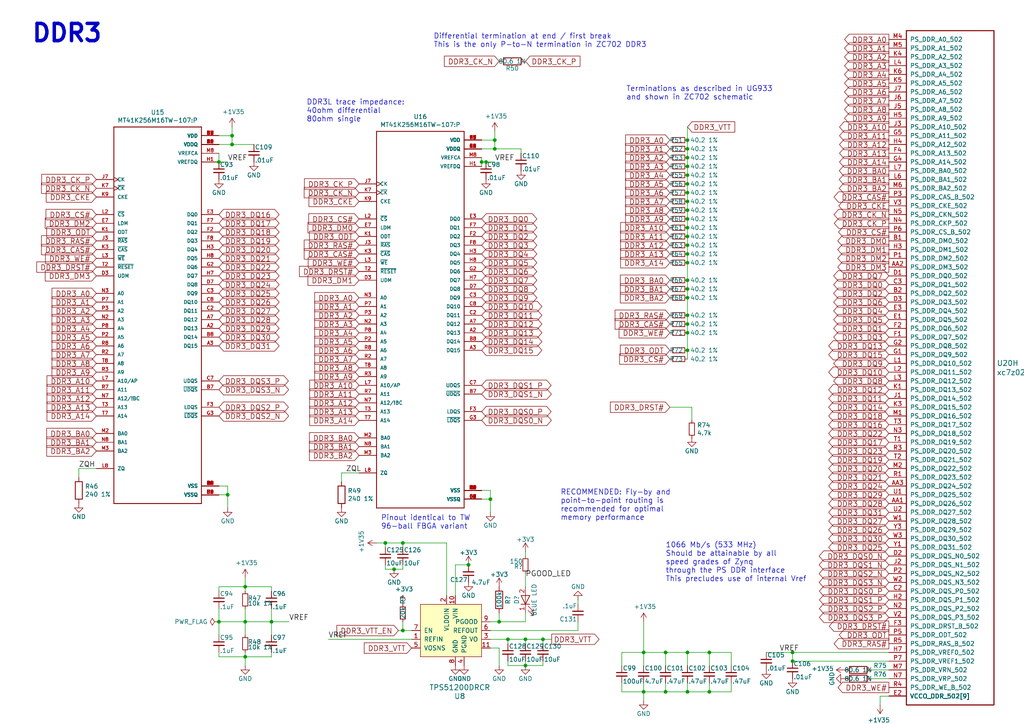
<source format=kicad_sch>
(kicad_sch (version 20230121) (generator eeschema)
  (paper "A4")
  (junction (at 63.5 46.99))
  (junction (at 71.12 190.5))
  (junction (at 199.39 76.2))
  (junction (at 142.24 144.78))
  (junction (at 116.84 157.48))
  (junction (at 114.3 165.1))
  (junction (at 78.74 180.34))
  (junction (at 199.39 101.6))
  (junction (at 199.39 50.8))
  (junction (at 199.39 81.28))
  (junction (at 199.39 68.58))
  (junction (at 199.39 58.42))
  (junction (at 229.87 189.23))
  (junction (at 199.39 63.5))
  (junction (at 157.48 185.42))
  (junction (at 140.97 46.99))
  (junction (at 199.39 91.44))
  (junction (at 205.74 200.66))
  (junction (at 67.31 39.37))
  (junction (at 199.39 71.12))
  (junction (at 199.39 43.18))
  (junction (at 199.39 66.04))
  (junction (at 199.39 53.34))
  (junction (at 186.69 200.66))
  (junction (at 199.39 73.66))
  (junction (at 199.39 60.96))
  (junction (at 199.39 45.72))
  (junction (at 67.31 41.91))
  (junction (at 199.39 93.98))
  (junction (at 135.89 163.83))
  (junction (at 143.51 40.64))
  (junction (at 199.39 55.88))
  (junction (at 199.39 189.23))
  (junction (at 152.4 185.42))
  (junction (at 199.39 86.36))
  (junction (at 111.76 157.48))
  (junction (at 193.04 189.23))
  (junction (at 63.5 180.34))
  (junction (at 144.78 180.34))
  (junction (at 71.12 170.18))
  (junction (at 66.04 143.51))
  (junction (at 199.39 40.64))
  (junction (at 205.74 189.23))
  (junction (at 116.84 182.88))
  (junction (at 139.7 46.99))
  (junction (at 186.69 189.23))
  (junction (at 229.87 191.77))
  (junction (at 71.12 180.34))
  (junction (at 199.39 48.26))
  (junction (at 193.04 200.66))
  (junction (at 199.39 200.66))
  (junction (at 143.51 43.18))
  (junction (at 147.32 185.42))
  (junction (at 199.39 83.82))
  (junction (at 199.39 96.52))
  (junction (at 152.4 193.04))
  (wire (pts (xy 199.39 48.26) (xy 199.39 45.72)))
  (wire (pts (xy 152.4 191.77) (xy 152.4 193.04)))
  (wire (pts (xy 186.69 200.66) (xy 193.04 200.66)))
  (wire (pts (xy 199.39 93.98) (xy 199.39 96.52)))
  (wire (pts (xy 142.24 180.34) (xy 144.78 180.34)))
  (wire (pts (xy 73.66 41.91) (xy 67.31 41.91)))
  (wire (pts (xy 99.06 137.16) (xy 99.06 139.7)))
  (wire (pts (xy 167.64 180.34) (xy 167.64 182.88)))
  (wire (pts (xy 199.39 83.82) (xy 199.39 81.28)))
  (wire (pts (xy 199.39 45.72) (xy 199.39 43.18)))
  (wire (pts (xy 229.87 189.23) (xy 222.25 189.23)))
  (wire (pts (xy 199.39 58.42) (xy 199.39 55.88)))
  (wire (pts (xy 66.04 143.51) (xy 66.04 147.32)))
  (wire (pts (xy 147.32 186.69) (xy 147.32 185.42)))
  (wire (pts (xy 199.39 55.88) (xy 199.39 53.34)))
  (wire (pts (xy 199.39 60.96) (xy 199.39 58.42)))
  (wire (pts (xy 71.12 180.34) (xy 71.12 184.15)))
  (wire (pts (xy 66.04 140.97) (xy 66.04 143.51)))
  (wire (pts (xy 152.4 177.8) (xy 152.4 180.34)))
  (wire (pts (xy 142.24 187.96) (xy 144.78 187.96)))
  (wire (pts (xy 139.7 142.24) (xy 142.24 142.24)))
  (wire (pts (xy 180.34 189.23) (xy 186.69 189.23)))
  (wire (pts (xy 71.12 180.34) (xy 63.5 180.34)))
  (wire (pts (xy 186.69 189.23) (xy 193.04 189.23)))
  (wire (pts (xy 63.5 190.5) (xy 71.12 190.5)))
  (wire (pts (xy 167.64 173.99) (xy 167.64 175.26)))
  (wire (pts (xy 152.4 180.34) (xy 144.78 180.34)))
  (wire (pts (xy 71.12 190.5) (xy 71.12 193.04)))
  (wire (pts (xy 199.39 200.66) (xy 205.74 200.66)))
  (wire (pts (xy 63.5 180.34) (xy 63.5 184.15)))
  (wire (pts (xy 199.39 63.5) (xy 199.39 60.96)))
  (wire (pts (xy 139.7 43.18) (xy 143.51 43.18)))
  (wire (pts (xy 144.78 187.96) (xy 144.78 193.04)))
  (wire (pts (xy 119.38 182.88) (xy 116.84 182.88)))
  (wire (pts (xy 111.76 157.48) (xy 116.84 157.48)))
  (wire (pts (xy 63.5 140.97) (xy 66.04 140.97)))
  (wire (pts (xy 205.74 198.12) (xy 205.74 200.66)))
  (wire (pts (xy 147.32 193.04) (xy 152.4 193.04)))
  (wire (pts (xy 199.39 91.44) (xy 199.39 93.98)))
  (wire (pts (xy 186.69 200.66) (xy 186.69 203.2)))
  (wire (pts (xy 199.39 68.58) (xy 199.39 66.04)))
  (wire (pts (xy 116.84 180.34) (xy 116.84 182.88)))
  (wire (pts (xy 116.84 157.48) (xy 129.54 157.48)))
  (wire (pts (xy 205.74 200.66) (xy 212.09 200.66)))
  (wire (pts (xy 152.4 185.42) (xy 157.48 185.42)))
  (wire (pts (xy 152.4 166.37) (xy 152.4 170.18)))
  (wire (pts (xy 147.32 185.42) (xy 152.4 185.42)))
  (wire (pts (xy 199.39 76.2) (xy 199.39 73.66)))
  (wire (pts (xy 205.74 189.23) (xy 205.74 193.04)))
  (wire (pts (xy 104.14 137.16) (xy 99.06 137.16)))
  (wire (pts (xy 152.4 186.69) (xy 152.4 185.42)))
  (wire (pts (xy 142.24 182.88) (xy 167.64 182.88)))
  (wire (pts (xy 199.39 86.36) (xy 199.39 83.82)))
  (wire (pts (xy 193.04 189.23) (xy 199.39 189.23)))
  (wire (pts (xy 186.69 198.12) (xy 186.69 200.66)))
  (wire (pts (xy 199.39 198.12) (xy 199.39 200.66)))
  (wire (pts (xy 199.39 96.52) (xy 199.39 101.6)))
  (wire (pts (xy 180.34 200.66) (xy 186.69 200.66)))
  (wire (pts (xy 22.86 135.89) (xy 22.86 138.43)))
  (wire (pts (xy 116.84 158.75) (xy 116.84 157.48)))
  (wire (pts (xy 129.54 157.48) (xy 129.54 172.72)))
  (wire (pts (xy 27.94 135.89) (xy 22.86 135.89)))
  (wire (pts (xy 135.89 163.83) (xy 132.08 163.83)))
  (wire (pts (xy 199.39 43.18) (xy 199.39 40.64)))
  (wire (pts (xy 140.97 46.99) (xy 143.51 46.99)))
  (wire (pts (xy 95.25 185.42) (xy 119.38 185.42)))
  (wire (pts (xy 63.5 143.51) (xy 66.04 143.51)))
  (wire (pts (xy 199.39 66.04) (xy 199.39 63.5)))
  (wire (pts (xy 229.87 189.23) (xy 257.81 189.23)))
  (wire (pts (xy 147.32 191.77) (xy 147.32 193.04)))
  (wire (pts (xy 199.39 189.23) (xy 199.39 193.04)))
  (wire (pts (xy 193.04 200.66) (xy 199.39 200.66)))
  (wire (pts (xy 78.74 170.18) (xy 78.74 171.45)))
  (wire (pts (xy 67.31 39.37) (xy 63.5 39.37)))
  (wire (pts (xy 186.69 180.34) (xy 186.69 189.23)))
  (wire (pts (xy 199.39 73.66) (xy 199.39 71.12)))
  (wire (pts (xy 194.31 118.11) (xy 200.66 118.11)))
  (wire (pts (xy 157.48 193.04) (xy 157.48 191.77)))
  (wire (pts (xy 67.31 36.83) (xy 67.31 39.37)))
  (wire (pts (xy 71.12 170.18) (xy 71.12 171.45)))
  (wire (pts (xy 257.81 201.93) (xy 255.27 201.93)))
  (wire (pts (xy 229.87 189.23) (xy 229.87 191.77)))
  (wire (pts (xy 255.27 201.93) (xy 255.27 204.47)))
  (wire (pts (xy 142.24 185.42) (xy 147.32 185.42)))
  (wire (pts (xy 139.7 144.78) (xy 142.24 144.78)))
  (wire (pts (xy 142.24 142.24) (xy 142.24 144.78)))
  (wire (pts (xy 111.76 158.75) (xy 111.76 157.48)))
  (wire (pts (xy 63.5 176.53) (xy 63.5 180.34)))
  (wire (pts (xy 111.76 165.1) (xy 114.3 165.1)))
  (wire (pts (xy 63.5 170.18) (xy 71.12 170.18)))
  (wire (pts (xy 111.76 163.83) (xy 111.76 165.1)))
  (wire (pts (xy 212.09 200.66) (xy 212.09 198.12)))
  (wire (pts (xy 199.39 71.12) (xy 199.39 68.58)))
  (wire (pts (xy 199.39 101.6) (xy 199.39 104.14)))
  (wire (pts (xy 78.74 180.34) (xy 71.12 180.34)))
  (wire (pts (xy 157.48 186.69) (xy 157.48 185.42)))
  (wire (pts (xy 200.66 118.11) (xy 200.66 121.92)))
  (wire (pts (xy 116.84 165.1) (xy 116.84 163.83)))
  (wire (pts (xy 83.82 180.34) (xy 78.74 180.34)))
  (wire (pts (xy 152.4 193.04) (xy 157.48 193.04)))
  (wire (pts (xy 252.73 196.85) (xy 257.81 196.85)))
  (wire (pts (xy 63.5 189.23) (xy 63.5 190.5)))
  (wire (pts (xy 114.3 165.1) (xy 116.84 165.1)))
  (wire (pts (xy 78.74 176.53) (xy 78.74 180.34)))
  (wire (pts (xy 67.31 41.91) (xy 67.31 39.37)))
  (wire (pts (xy 180.34 193.04) (xy 180.34 189.23)))
  (wire (pts (xy 63.5 46.99) (xy 66.04 46.99)))
  (wire (pts (xy 143.51 43.18) (xy 151.13 43.18)))
  (wire (pts (xy 71.12 189.23) (xy 71.12 190.5)))
  (wire (pts (xy 71.12 170.18) (xy 78.74 170.18)))
  (wire (pts (xy 199.39 36.83) (xy 199.39 40.64)))
  (wire (pts (xy 199.39 50.8) (xy 199.39 48.26)))
  (wire (pts (xy 152.4 161.29) (xy 152.4 160.02)))
  (wire (pts (xy 205.74 189.23) (xy 212.09 189.23)))
  (wire (pts (xy 143.51 38.1) (xy 143.51 40.64)))
  (wire (pts (xy 139.7 48.26) (xy 139.7 46.99)))
  (wire (pts (xy 199.39 189.23) (xy 205.74 189.23)))
  (wire (pts (xy 63.5 171.45) (xy 63.5 170.18)))
  (wire (pts (xy 180.34 198.12) (xy 180.34 200.66)))
  (wire (pts (xy 151.13 43.18) (xy 151.13 44.45)))
  (wire (pts (xy 139.7 46.99) (xy 140.97 46.99)))
  (wire (pts (xy 199.39 86.36) (xy 199.39 91.44)))
  (wire (pts (xy 78.74 190.5) (xy 78.74 189.23)))
  (wire (pts (xy 229.87 191.77) (xy 257.81 191.77)))
  (wire (pts (xy 132.08 163.83) (xy 132.08 172.72)))
  (wire (pts (xy 71.12 176.53) (xy 71.12 180.34)))
  (wire (pts (xy 143.51 40.64) (xy 139.7 40.64)))
  (wire (pts (xy 193.04 198.12) (xy 193.04 200.66)))
  (wire (pts (xy 193.04 189.23) (xy 193.04 193.04)))
  (wire (pts (xy 71.12 190.5) (xy 78.74 190.5)))
  (wire (pts (xy 186.69 189.23) (xy 186.69 193.04)))
  (wire (pts (xy 63.5 44.45) (xy 63.5 46.99)))
  (wire (pts (xy 63.5 41.91) (xy 67.31 41.91)))
  (wire (pts (xy 257.81 194.31) (xy 252.73 194.31)))
  (wire (pts (xy 157.48 185.42) (xy 160.02 185.42)))
  (wire (pts (xy 144.78 180.34) (xy 144.78 177.8)))
  (wire (pts (xy 142.24 144.78) (xy 142.24 148.59)))
  (wire (pts (xy 212.09 189.23) (xy 212.09 193.04)))
  (wire (pts (xy 116.84 182.88) (xy 115.57 182.88)))
  (wire (pts (xy 199.39 53.34) (xy 199.39 50.8)))
  (wire (pts (xy 109.22 157.48) (xy 111.76 157.48)))
  (wire (pts (xy 143.51 43.18) (xy 143.51 40.64)))
  (wire (pts (xy 71.12 167.64) (xy 71.12 170.18)))
  (wire (pts (xy 139.7 45.72) (xy 139.7 46.99)))
  (wire (pts (xy 78.74 180.34) (xy 78.74 184.15)))
  (wire (pts (xy 199.39 81.28) (xy 199.39 76.2)))
  (text "Differential termination at end / first break\nThis is the only P-to-N termination in ZC702 DDR3" (at 125.73 13.97 0) (effects (font (size 1.524 1.524)) (justify left bottom)))
  (text "Pinout identical to TW \n96-ball FBGA variant\n" (at 110.49 153.67 0) (effects (font (size 1.524 1.524)) (justify left bottom)))
  (text "1066 Mb/s (533 MHz)\nShould be attainable by all \nspeed grades of Zynq\nthrough the PS DDR interface\nThis precludes use of internal Vref" (at 193.04 168.91 0) (effects (font (size 1.524 1.524)) (justify left bottom)))
  (text "RECOMMENDED: Fly-by and \npoint-to-point routing is\nrecommended for optimal \nmemory performance" (at 162.56 151.13 0) (effects (font (size 1.524 1.524)) (justify left bottom)))
  (text "Terminations as described in UG933\nand shown in ZC702 schematic" (at 181.61 29.21 0) (effects (font (size 1.524 1.524)) (justify left bottom)))
  (text "DDR3" (at 8.89 12.7 0) (effects (font (size 5.0038 5.0038) (thickness 1.0008) bold) (justify left bottom)))
  (text "DDR3L trace impedance:\n40ohm differential\n80ohm single" (at 88.9 35.56 0) (effects (font (size 1.524 1.524)) (justify left bottom)))
  (label "PGOOD_LED" (at 152.4 167.64 0) (effects (font (size 1.524 1.524))))
  (label "ZQH" (at 22.86 135.89 0) (effects (font (size 1.4986 1.4986))))
  (label "VREF" (at 66.04 46.99 0) (effects (font (size 1.524 1.524))))
  (label "VREF" (at 226.06 189.23 0) (effects (font (size 1.524 1.524))))
  (label "VREF" (at 83.82 180.34 0) (effects (font (size 1.524 1.524))))
  (label "VREF" (at 143.51 46.99 0) (effects (font (size 1.524 1.524))))
  (label "VREF" (at 95.25 185.42 0) (effects (font (size 1.524 1.524))))
  (label "ZQL" (at 100.33 137.16 0) (effects (font (size 1.4986 1.4986))))
  (global_label "DDR3_DQS1_P" (shape bidirectional) (at 257.81 173.99 180) (effects (font (size 1.524 1.524))) (property "Intersheetrefs" "${INTERSHEET_REFS}" (effects hide)))
  (global_label "DDR3_DM1" (shape input) (at 104.14 81.28 180) (effects (font (size 1.524 1.524))) (property "Intersheetrefs" "${INTERSHEET_REFS}" (effects hide)))
  (global_label "DDR3_A2" (shape input) (at 194.31 45.72 180) (effects (font (size 1.524 1.524))) (property "Intersheetrefs" "${INTERSHEET_REFS}" (effects hide)))
  (global_label "DDR3_A1" (shape input) (at 27.94 87.63 180) (effects (font (size 1.524 1.524))) (property "Intersheetrefs" "${INTERSHEET_REFS}" (effects hide)))
  (global_label "DDR3_DQS0_P" (shape bidirectional) (at 257.81 171.45 180) (effects (font (size 1.524 1.524))) (property "Intersheetrefs" "${INTERSHEET_REFS}" (effects hide)))
  (global_label "DDR3_DQS2_P" (shape bidirectional) (at 63.5 118.11 0) (effects (font (size 1.524 1.524))) (property "Intersheetrefs" "${INTERSHEET_REFS}" (effects hide)))
  (global_label "DDR3_DQ1" (shape bidirectional) (at 257.81 95.25 180) (effects (font (size 1.524 1.524))) (property "Intersheetrefs" "${INTERSHEET_REFS}" (effects hide)))
  (global_label "DDR3_DQ22" (shape bidirectional) (at 257.81 125.73 180) (effects (font (size 1.524 1.524))) (property "Intersheetrefs" "${INTERSHEET_REFS}" (effects hide)))
  (global_label "DDR3_DQS1_P" (shape bidirectional) (at 139.7 111.76 0) (effects (font (size 1.524 1.524))) (property "Intersheetrefs" "${INTERSHEET_REFS}" (effects hide)))
  (global_label "DDR3_DQ3" (shape bidirectional) (at 257.81 97.79 180) (effects (font (size 1.524 1.524))) (property "Intersheetrefs" "${INTERSHEET_REFS}" (effects hide)))
  (global_label "DDR3_VTT" (shape input) (at 119.38 187.96 180) (effects (font (size 1.524 1.524))) (property "Intersheetrefs" "${INTERSHEET_REFS}" (effects hide)))
  (global_label "DDR3_DQ29" (shape bidirectional) (at 257.81 143.51 180) (effects (font (size 1.524 1.524))) (property "Intersheetrefs" "${INTERSHEET_REFS}" (effects hide)))
  (global_label "DDR3_DQ4" (shape bidirectional) (at 139.7 73.66 0) (effects (font (size 1.524 1.524))) (property "Intersheetrefs" "${INTERSHEET_REFS}" (effects hide)))
  (global_label "DDR3_BA0" (shape input) (at 27.94 125.73 180) (effects (font (size 1.524 1.524))) (property "Intersheetrefs" "${INTERSHEET_REFS}" (effects hide)))
  (global_label "DDR3_A10" (shape input) (at 104.14 111.76 180) (effects (font (size 1.524 1.524))) (property "Intersheetrefs" "${INTERSHEET_REFS}" (effects hide)))
  (global_label "DDR3_DQ0" (shape bidirectional) (at 139.7 63.5 0) (effects (font (size 1.524 1.524))) (property "Intersheetrefs" "${INTERSHEET_REFS}" (effects hide)))
  (global_label "DDR3_DQ2" (shape bidirectional) (at 139.7 68.58 0) (effects (font (size 1.524 1.524))) (property "Intersheetrefs" "${INTERSHEET_REFS}" (effects hide)))
  (global_label "DDR3_A1" (shape input) (at 194.31 43.18 180) (effects (font (size 1.524 1.524))) (property "Intersheetrefs" "${INTERSHEET_REFS}" (effects hide)))
  (global_label "DDR3_DQ7" (shape bidirectional) (at 257.81 80.01 180) (effects (font (size 1.524 1.524))) (property "Intersheetrefs" "${INTERSHEET_REFS}" (effects hide)))
  (global_label "DDR3_DQ21" (shape bidirectional) (at 63.5 74.93 0) (effects (font (size 1.524 1.524))) (property "Intersheetrefs" "${INTERSHEET_REFS}" (effects hide)))
  (global_label "DDR3_WE#" (shape input) (at 104.14 76.2 180) (effects (font (size 1.524 1.524))) (property "Intersheetrefs" "${INTERSHEET_REFS}" (effects hide)))
  (global_label "DDR3_DQ6" (shape bidirectional) (at 139.7 78.74 0) (effects (font (size 1.524 1.524))) (property "Intersheetrefs" "${INTERSHEET_REFS}" (effects hide)))
  (global_label "DDR3_RAS#" (shape input) (at 194.31 91.44 180) (effects (font (size 1.524 1.524))) (property "Intersheetrefs" "${INTERSHEET_REFS}" (effects hide)))
  (global_label "DDR3_A1" (shape input) (at 104.14 88.9 180) (effects (font (size 1.524 1.524))) (property "Intersheetrefs" "${INTERSHEET_REFS}" (effects hide)))
  (global_label "DDR3_DQ13" (shape bidirectional) (at 257.81 100.33 180) (effects (font (size 1.524 1.524))) (property "Intersheetrefs" "${INTERSHEET_REFS}" (effects hide)))
  (global_label "DDR3_BA0" (shape input) (at 104.14 127 180) (effects (font (size 1.524 1.524))) (property "Intersheetrefs" "${INTERSHEET_REFS}" (effects hide)))
  (global_label "DDR3_A5" (shape output) (at 257.81 24.13 180) (effects (font (size 1.524 1.524))) (property "Intersheetrefs" "${INTERSHEET_REFS}" (effects hide)))
  (global_label "DDR3_ODT" (shape output) (at 257.81 184.15 180) (effects (font (size 1.524 1.524))) (property "Intersheetrefs" "${INTERSHEET_REFS}" (effects hide)))
  (global_label "DDR3_A10" (shape input) (at 27.94 110.49 180) (effects (font (size 1.524 1.524))) (property "Intersheetrefs" "${INTERSHEET_REFS}" (effects hide)))
  (global_label "DDR3_A10" (shape input) (at 194.31 66.04 180) (effects (font (size 1.524 1.524))) (property "Intersheetrefs" "${INTERSHEET_REFS}" (effects hide)))
  (global_label "DDR3_A0" (shape output) (at 257.81 11.43 180) (effects (font (size 1.524 1.524))) (property "Intersheetrefs" "${INTERSHEET_REFS}" (effects hide)))
  (global_label "DDR3_BA1" (shape input) (at 27.94 128.27 180) (effects (font (size 1.524 1.524))) (property "Intersheetrefs" "${INTERSHEET_REFS}" (effects hide)))
  (global_label "DDR3_DQS0_N" (shape bidirectional) (at 257.81 161.29 180) (effects (font (size 1.524 1.524))) (property "Intersheetrefs" "${INTERSHEET_REFS}" (effects hide)))
  (global_label "DDR3_A11" (shape input) (at 104.14 114.3 180) (effects (font (size 1.524 1.524))) (property "Intersheetrefs" "${INTERSHEET_REFS}" (effects hide)))
  (global_label "DDR3_VTT_EN" (shape input) (at 115.57 182.88 180) (effects (font (size 1.524 1.524))) (property "Intersheetrefs" "${INTERSHEET_REFS}" (effects hide)))
  (global_label "DDR3_CK_N" (shape input) (at 27.94 54.61 180) (effects (font (size 1.524 1.524))) (property "Intersheetrefs" "${INTERSHEET_REFS}" (effects hide)))
  (global_label "DDR3_DM1" (shape output) (at 257.81 72.39 180) (effects (font (size 1.524 1.524))) (property "Intersheetrefs" "${INTERSHEET_REFS}" (effects hide)))
  (global_label "DDR3_DQS3_N" (shape bidirectional) (at 63.5 113.03 0) (effects (font (size 1.524 1.524))) (property "Intersheetrefs" "${INTERSHEET_REFS}" (effects hide)))
  (global_label "DDR3_DQ25" (shape bidirectional) (at 63.5 85.09 0) (effects (font (size 1.524 1.524))) (property "Intersheetrefs" "${INTERSHEET_REFS}" (effects hide)))
  (global_label "DDR3_DQS1_N" (shape bidirectional) (at 139.7 114.3 0) (effects (font (size 1.524 1.524))) (property "Intersheetrefs" "${INTERSHEET_REFS}" (effects hide)))
  (global_label "DDR3_A14" (shape input) (at 194.31 76.2 180) (effects (font (size 1.524 1.524))) (property "Intersheetrefs" "${INTERSHEET_REFS}" (effects hide)))
  (global_label "DDR3_ODT" (shape input) (at 194.31 101.6 180) (effects (font (size 1.524 1.524))) (property "Intersheetrefs" "${INTERSHEET_REFS}" (effects hide)))
  (global_label "DDR3_A12" (shape input) (at 104.14 116.84 180) (effects (font (size 1.524 1.524))) (property "Intersheetrefs" "${INTERSHEET_REFS}" (effects hide)))
  (global_label "DDR3_BA1" (shape input) (at 194.31 83.82 180) (effects (font (size 1.524 1.524))) (property "Intersheetrefs" "${INTERSHEET_REFS}" (effects hide)))
  (global_label "DDR3_DQS3_P" (shape bidirectional) (at 257.81 179.07 180) (effects (font (size 1.524 1.524))) (property "Intersheetrefs" "${INTERSHEET_REFS}" (effects hide)))
  (global_label "DDR3_A2" (shape input) (at 104.14 91.44 180) (effects (font (size 1.524 1.524))) (property "Intersheetrefs" "${INTERSHEET_REFS}" (effects hide)))
  (global_label "DDR3_CK_N" (shape input) (at 104.14 55.88 180) (effects (font (size 1.524 1.524))) (property "Intersheetrefs" "${INTERSHEET_REFS}" (effects hide)))
  (global_label "DDR3_DRST#" (shape input) (at 194.31 118.11 180) (effects (font (size 1.524 1.524))) (property "Intersheetrefs" "${INTERSHEET_REFS}" (effects hide)))
  (global_label "DDR3_DQ29" (shape bidirectional) (at 63.5 95.25 0) (effects (font (size 1.524 1.524))) (property "Intersheetrefs" "${INTERSHEET_REFS}" (effects hide)))
  (global_label "DDR3_DQ9" (shape bidirectional) (at 139.7 86.36 0) (effects (font (size 1.524 1.524))) (property "Intersheetrefs" "${INTERSHEET_REFS}" (effects hide)))
  (global_label "DDR3_DQ26" (shape bidirectional) (at 63.5 87.63 0) (effects (font (size 1.524 1.524))) (property "Intersheetrefs" "${INTERSHEET_REFS}" (effects hide)))
  (global_label "DDR3_DM2" (shape output) (at 257.81 74.93 180) (effects (font (size 1.524 1.524))) (property "Intersheetrefs" "${INTERSHEET_REFS}" (effects hide)))
  (global_label "DDR3_BA0" (shape output) (at 257.81 49.53 180) (effects (font (size 1.524 1.524))) (property "Intersheetrefs" "${INTERSHEET_REFS}" (effects hide)))
  (global_label "DDR3_BA2" (shape input) (at 104.14 132.08 180) (effects (font (size 1.524 1.524))) (property "Intersheetrefs" "${INTERSHEET_REFS}" (effects hide)))
  (global_label "DDR3_A9" (shape input) (at 27.94 107.95 180) (effects (font (size 1.524 1.524))) (property "Intersheetrefs" "${INTERSHEET_REFS}" (effects hide)))
  (global_label "DDR3_CAS#" (shape output) (at 257.81 57.15 180) (effects (font (size 1.524 1.524))) (property "Intersheetrefs" "${INTERSHEET_REFS}" (effects hide)))
  (global_label "DDR3_A13" (shape input) (at 104.14 119.38 180) (effects (font (size 1.524 1.524))) (property "Intersheetrefs" "${INTERSHEET_REFS}" (effects hide)))
  (global_label "DDR3_A8" (shape input) (at 104.14 106.68 180) (effects (font (size 1.524 1.524))) (property "Intersheetrefs" "${INTERSHEET_REFS}" (effects hide)))
  (global_label "DDR3_DQ4" (shape bidirectional) (at 257.81 90.17 180) (effects (font (size 1.524 1.524))) (property "Intersheetrefs" "${INTERSHEET_REFS}" (effects hide)))
  (global_label "DDR3_DM0" (shape input) (at 104.14 66.04 180) (effects (font (size 1.524 1.524))) (property "Intersheetrefs" "${INTERSHEET_REFS}" (effects hide)))
  (global_label "DDR3_VTT" (shape output) (at 160.02 185.42 0) (effects (font (size 1.524 1.524))) (property "Intersheetrefs" "${INTERSHEET_REFS}" (effects hide)))
  (global_label "DDR3_RAS#" (shape input) (at 104.14 71.12 180) (effects (font (size 1.524 1.524))) (property "Intersheetrefs" "${INTERSHEET_REFS}" (effects hide)))
  (global_label "DDR3_A11" (shape input) (at 27.94 113.03 180) (effects (font (size 1.524 1.524))) (property "Intersheetrefs" "${INTERSHEET_REFS}" (effects hide)))
  (global_label "DDR3_DM0" (shape output) (at 257.81 69.85 180) (effects (font (size 1.524 1.524))) (property "Intersheetrefs" "${INTERSHEET_REFS}" (effects hide)))
  (global_label "DDR3_A0" (shape input) (at 194.31 40.64 180) (effects (font (size 1.524 1.524))) (property "Intersheetrefs" "${INTERSHEET_REFS}" (effects hide)))
  (global_label "DDR3_DQ24" (shape bidirectional) (at 63.5 82.55 0) (effects (font (size 1.524 1.524))) (property "Intersheetrefs" "${INTERSHEET_REFS}" (effects hide)))
  (global_label "DDR3_DQ18" (shape bidirectional) (at 63.5 67.31 0) (effects (font (size 1.524 1.524))) (property "Intersheetrefs" "${INTERSHEET_REFS}" (effects hide)))
  (global_label "DDR3_A8" (shape input) (at 194.31 60.96 180) (effects (font (size 1.524 1.524))) (property "Intersheetrefs" "${INTERSHEET_REFS}" (effects hide)))
  (global_label "DDR3_DQ12" (shape bidirectional) (at 139.7 93.98 0) (effects (font (size 1.524 1.524))) (property "Intersheetrefs" "${INTERSHEET_REFS}" (effects hide)))
  (global_label "DDR3_CS#" (shape input) (at 104.14 63.5 180) (effects (font (size 1.524 1.524))) (property "Intersheetrefs" "${INTERSHEET_REFS}" (effects hide)))
  (global_label "DDR3_CS#" (shape input) (at 27.94 62.23 180) (effects (font (size 1.524 1.524))) (property "Intersheetrefs" "${INTERSHEET_REFS}" (effects hide)))
  (global_label "DDR3_A9" (shape input) (at 194.31 63.5 180) (effects (font (size 1.524 1.524))) (property "Intersheetrefs" "${INTERSHEET_REFS}" (effects hide)))
  (global_label "DDR3_DQ16" (shape bidirectional) (at 257.81 123.19 180) (effects (font (size 1.524 1.524))) (property "Intersheetrefs" "${INTERSHEET_REFS}" (effects hide)))
  (global_label "DDR3_DQ23" (shape bidirectional) (at 63.5 80.01 0) (effects (font (size 1.524 1.524))) (property "Intersheetrefs" "${INTERSHEET_REFS}" (effects hide)))
  (global_label "DDR3_A4" (shape input) (at 104.14 96.52 180) (effects (font (size 1.524 1.524))) (property "Intersheetrefs" "${INTERSHEET_REFS}" (effects hide)))
  (global_label "DDR3_DQ28" (shape bidirectional) (at 63.5 92.71 0) (effects (font (size 1.524 1.524))) (property "Intersheetrefs" "${INTERSHEET_REFS}" (effects hide)))
  (global_label "DDR3_A5" (shape input) (at 194.31 53.34 180) (effects (font (size 1.524 1.524))) (property "Intersheetrefs" "${INTERSHEET_REFS}" (effects hide)))
  (global_label "DDR3_CK_P" (shape output) (at 257.81 64.77 180) (effects (font (size 1.524 1.524))) (property "Intersheetrefs" "${INTERSHEET_REFS}" (effects hide)))
  (global_label "DDR3_DQ15" (shape bidirectional) (at 139.7 101.6 0) (effects (font (size 1.524 1.524))) (property "Intersheetrefs" "${INTERSHEET_REFS}" (effects hide)))
  (global_label "DDR3_WE#" (shape output) (at 257.81 199.39 180) (effects (font (size 1.524 1.524))) (property "Intersheetrefs" "${INTERSHEET_REFS}" (effects hide)))
  (global_label "DDR3_A1" (shape output) (at 257.81 13.97 180) (effects (font (size 1.524 1.524))) (property "Intersheetrefs" "${INTERSHEET_REFS}" (effects hide)))
  (global_label "DDR3_DM2" (shape input) (at 27.94 64.77 180) (effects (font (size 1.524 1.524))) (property "Intersheetrefs" "${INTERSHEET_REFS}" (effects hide)))
  (global_label "DDR3_A4" (shape input) (at 194.31 50.8 180) (effects (font (size 1.524 1.524))) (property "Intersheetrefs" "${INTERSHEET_REFS}" (effects hide)))
  (global_label "DDR3_DQ2" (shape bidirectional) (at 257.81 85.09 180) (effects (font (size 1.524 1.524))) (property "Intersheetrefs" "${INTERSHEET_REFS}" (effects hide)))
  (global_label "DDR3_A11" (shape output) (at 257.81 39.37 180) (effects (font (size 1.524 1.524))) (property "Intersheetrefs" "${INTERSHEET_REFS}" (effects hide)))
  (global_label "DDR3_CS#" (shape input) (at 194.31 104.14 180) (effects (font (size 1.524 1.524))) (property "Intersheetrefs" "${INTERSHEET_REFS}" (effects hide)))
  (global_label "DDR3_A4" (shape output) (at 257.81 21.59 180) (effects (font (size 1.524 1.524))) (property "Intersheetrefs" "${INTERSHEET_REFS}" (effects hide)))
  (global_label "DDR3_A12" (shape input) (at 27.94 115.57 180) (effects (font (size 1.524 1.524))) (property "Intersheetrefs" "${INTERSHEET_REFS}" (effects hide)))
  (global_label "DDR3_A14" (shape input) (at 104.14 121.92 180) (effects (font (size 1.524 1.524))) (property "Intersheetrefs" "${INTERSHEET_REFS}" (effects hide)))
  (global_label "DDR3_DQS2_N" (shape bidirectional) (at 63.5 120.65 0) (effects (font (size 1.524 1.524))) (property "Intersheetrefs" "${INTERSHEET_REFS}" (effects hide)))
  (global_label "DDR3_A9" (shape input) (at 104.14 109.22 180) (effects (font (size 1.524 1.524))) (property "Intersheetrefs" "${INTERSHEET_REFS}" (effects hide)))
  (global_label "DDR3_DQ6" (shape bidirectional) (at 257.81 87.63 180) (effects (font (size 1.524 1.524))) (property "Intersheetrefs" "${INTERSHEET_REFS}" (effects hide)))
  (global_label "DDR3_DQ31" (shape bidirectional) (at 63.5 100.33 0) (effects (font (size 1.524 1.524))) (property "Intersheetrefs" "${INTERSHEET_REFS}" (effects hide)))
  (global_label "DDR3_CK_P" (shape input) (at 152.4 17.78 0) (effects (font (size 1.524 1.524))) (property "Intersheetrefs" "${INTERSHEET_REFS}" (effects hide)))
  (global_label "DDR3_DQ11" (shape bidirectional) (at 257.81 115.57 180) (effects (font (size 1.524 1.524))) (property "Intersheetrefs" "${INTERSHEET_REFS}" (effects hide)))
  (global_label "DDR3_A7" (shape input) (at 194.31 58.42 180) (effects (font (size 1.524 1.524))) (property "Intersheetrefs" "${INTERSHEET_REFS}" (effects hide)))
  (global_label "DDR3_DQ30" (shape bidirectional) (at 257.81 156.21 180) (effects (font (size 1.524 1.524))) (property "Intersheetrefs" "${INTERSHEET_REFS}" (effects hide)))
  (global_label "DDR3_CKE" (shape output) (at 257.81 59.69 180) (effects (font (size 1.524 1.524))) (property "Intersheetrefs" "${INTERSHEET_REFS}" (effects hide)))
  (global_label "DDR3_DQS3_P" (shape bidirectional) (at 63.5 110.49 0) (effects (font (size 1.524 1.524))) (property "Intersheetrefs" "${INTERSHEET_REFS}" (effects hide)))
  (global_label "DDR3_DQ19" (shape bidirectional) (at 63.5 69.85 0) (effects (font (size 1.524 1.524))) (property "Intersheetrefs" "${INTERSHEET_REFS}" (effects hide)))
  (global_label "DDR3_DQ17" (shape bidirectional) (at 63.5 64.77 0) (effects (font (size 1.524 1.524))) (property "Intersheetrefs" "${INTERSHEET_REFS}" (effects hide)))
  (global_label "DDR3_DM3" (shape input) (at 27.94 80.01 180) (effects (font (size 1.524 1.524))) (property "Intersheetrefs" "${INTERSHEET_REFS}" (effects hide)))
  (global_label "DDR3_A6" (shape input) (at 27.94 100.33 180) (effects (font (size 1.524 1.524))) (property "Intersheetrefs" "${INTERSHEET_REFS}" (effects hide)))
  (global_label "DDR3_DQ15" (shape bidirectional) (at 257.81 102.87 180) (effects (font (size 1.524 1.524))) (property "Intersheetrefs" "${INTERSHEET_REFS}" (effects hide)))
  (global_label "DDR3_DQ8" (shape bidirectional) (at 139.7 83.82 0) (effects (font (size 1.524 1.524))) (property "Intersheetrefs" "${INTERSHEET_REFS}" (effects hide)))
  (global_label "DDR3_DQ26" (shape bidirectional) (at 257.81 153.67 180) (effects (font (size 1.524 1.524))) (property "Intersheetrefs" "${INTERSHEET_REFS}" (effects hide)))
  (global_label "DDR3_DQS0_P" (shape bidirectional) (at 139.7 119.38 0) (effects (font (size 1.524 1.524))) (property "Intersheetrefs" "${INTERSHEET_REFS}" (effects hide)))
  (global_label "DDR3_A6" (shape input) (at 194.31 55.88 180) (effects (font (size 1.524 1.524))) (property "Intersheetrefs" "${INTERSHEET_REFS}" (effects hide)))
  (global_label "DDR3_A7" (shape input) (at 27.94 102.87 180) (effects (font (size 1.524 1.524))) (property "Intersheetrefs" "${INTERSHEET_REFS}" (effects hide)))
  (global_label "DDR3_DQS3_N" (shape bidirectional) (at 257.81 168.91 180) (effects (font (size 1.524 1.524))) (property "Intersheetrefs" "${INTERSHEET_REFS}" (effects hide)))
  (global_label "DDR3_BA1" (shape input) (at 104.14 129.54 180) (effects (font (size 1.524 1.524))) (property "Intersheetrefs" "${INTERSHEET_REFS}" (effects hide)))
  (global_label "DDR3_CK_P" (shape input) (at 27.94 52.07 180) (effects (font (size 1.524 1.524))) (property "Intersheetrefs" "${INTERSHEET_REFS}" (effects hide)))
  (global_label "DDR3_A12" (shape input) (at 194.31 71.12 180) (effects (font (size 1.524 1.524))) (property "Intersheetrefs" "${INTERSHEET_REFS}" (effects hide)))
  (global_label "DDR3_DQ0" (shape bidirectional) (at 257.81 82.55 180) (effects (font (size 1.524 1.524))) (property "Intersheetrefs" "${INTERSHEET_REFS}" (effects hide)))
  (global_label "DDR3_DQ10" (shape bidirectional) (at 139.7 88.9 0) (effects (font (size 1.524 1.524))) (property "Intersheetrefs" "${INTERSHEET_REFS}" (effects hide)))
  (global_label "DDR3_A13" (shape output) (at 257.81 44.45 180) (effects (font (size 1.524 1.524))) (property "Intersheetrefs" "${INTERSHEET_REFS}" (effects hide)))
  (global_label "DDR3_DQ14" (shape bidirectional) (at 257.81 118.11 180) (effects (font (size 1.524 1.524))) (property "Intersheetrefs" "${INTERSHEET_REFS}" (effects hide)))
  (global_label "DDR3_A5" (shape input) (at 27.94 97.79 180) (effects (font (size 1.524 1.524))) (property "Intersheetrefs" "${INTERSHEET_REFS}" (effects hide)))
  (global_label "DDR3_DQ17" (shape bidirectional) (at 257.81 128.27 180) (effects (font (size 1.524 1.524))) (property "Intersheetrefs" "${INTERSHEET_REFS}" (effects hide)))
  (global_label "DDR3_DQ14" (shape bidirectional) (at 139.7 99.06 0) (effects (font (size 1.524 1.524))) (property "Intersheetrefs" "${INTERSHEET_REFS}" (effects hide)))
  (global_label "DDR3_A5" (shape input) (at 104.14 99.06 180) (effects (font (size 1.524 1.524))) (property "Intersheetrefs" "${INTERSHEET_REFS}" (effects hide)))
  (global_label "DDR3_DQ5" (shape bidirectional) (at 139.7 76.2 0) (effects (font (size 1.524 1.524))) (property "Intersheetrefs" "${INTERSHEET_REFS}" (effects hide)))
  (global_label "DDR3_WE#" (shape input) (at 27.94 74.93 180) (effects (font (size 1.524 1.524))) (property "Intersheetrefs" "${INTERSHEET_REFS}" (effects hide)))
  (global_label "DDR3_A9" (shape output) (at 257.81 34.29 180) (effects (font (size 1.524 1.524))) (property "Intersheetrefs" "${INTERSHEET_REFS}" (effects hide)))
  (global_label "DDR3_A0" (shape input) (at 104.14 86.36 180) (effects (font (size 1.524 1.524))) (property "Intersheetrefs" "${INTERSHEET_REFS}" (effects hide)))
  (global_label "DDR3_CAS#" (shape input) (at 104.14 73.66 180) (effects (font (size 1.524 1.524))) (property "Intersheetrefs" "${INTERSHEET_REFS}" (effects hide)))
  (global_label "DDR3_A14" (shape output) (at 257.81 46.99 180) (effects (font (size 1.524 1.524))) (property "Intersheetrefs" "${INTERSHEET_REFS}" (effects hide)))
  (global_label "DDR3_DQ31" (shape bidirectional) (at 257.81 148.59 180) (effects (font (size 1.524 1.524))) (property "Intersheetrefs" "${INTERSHEET_REFS}" (effects hide)))
  (global_label "DDR3_CK_N" (shape output) (at 257.81 62.23 180) (effects (font (size 1.524 1.524))) (property "Intersheetrefs" "${INTERSHEET_REFS}" (effects hide)))
  (global_label "DDR3_A13" (shape input) (at 27.94 118.11 180) (effects (font (size 1.524 1.524))) (property "Intersheetrefs" "${INTERSHEET_REFS}" (effects hide)))
  (global_label "DDR3_CK_P" (shape input) (at 104.14 53.34 180) (effects (font (size 1.524 1.524))) (property "Intersheetrefs" "${INTERSHEET_REFS}" (effects hide)))
  (global_label "DDR3_DQ9" (shape bidirectional) (at 257.81 105.41 180) (effects (font (size 1.524 1.524))) (property "Intersheetrefs" "${INTERSHEET_REFS}" (effects hide)))
  (global_label "DDR3_DQ23" (shape bidirectional) (at 257.81 130.81 180) (effects (font (size 1.524 1.524))) (property "Intersheetrefs" "${INTERSHEET_REFS}" (effects hide)))
  (global_label "DDR3_DQ3" (shape bidirectional) (at 139.7 71.12 0) (effects (font (size 1.524 1.524))) (property "Intersheetrefs" "${INTERSHEET_REFS}" (effects hide)))
  (global_label "DDR3_DRST#" (shape input) (at 27.94 77.47 180) (effects (font (size 1.524 1.524))) (property "Intersheetrefs" "${INTERSHEET_REFS}" (effects hide)))
  (global_label "DDR3_CKE" (shape input) (at 27.94 57.15 180) (effects (font (size 1.524 1.524))) (property "Intersheetrefs" "${INTERSHEET_REFS}" (effects hide)))
  (global_label "DDR3_A6" (shape output) (at 257.81 26.67 180) (effects (font (size 1.524 1.524))) (property "Intersheetrefs" "${INTERSHEET_REFS}" (effects hide)))
  (global_label "DDR3_BA1" (shape output) (at 257.81 52.07 180) (effects (font (size 1.524 1.524))) (property "Intersheetrefs" "${INTERSHEET_REFS}" (effects hide)))
  (global_label "DDR3_DQ27" (shape bidirectional) (at 63.5 90.17 0) (effects (font (size 1.524 1.524))) (property "Intersheetrefs" "${INTERSHEET_REFS}" (effects hide)))
  (global_label "DDR3_DQ20" (shape bidirectional) (at 63.5 72.39 0) (effects (font (size 1.524 1.524))) (property "Intersheetrefs" "${INTERSHEET_REFS}" (effects hide)))
  (global_label "DDR3_DQ22" (shape bidirectional) (at 63.5 77.47 0) (effects (font (size 1.524 1.524))) (property "Intersheetrefs" "${INTERSHEET_REFS}" (effects hide)))
  (global_label "DDR3_DQ28" (shape bidirectional) (at 257.81 146.05 180) (effects (font (size 1.524 1.524))) (property "Intersheetrefs" "${INTERSHEET_REFS}" (effects hide)))
  (global_label "DDR3_DQ18" (shape bidirectional) (at 257.81 120.65 180) (effects (font (size 1.524 1.524))) (property "Intersheetrefs" "${INTERSHEET_REFS}" (effects hide)))
  (global_label "DDR3_CS#" (shape output) (at 257.81 67.31 180) (effects (font (size 1.524 1.524))) (property "Intersheetrefs" "${INTERSHEET_REFS}" (effects hide)))
  (global_label "DDR3_A7" (shape input) (at 104.14 104.14 180) (effects (font (size 1.524 1.524))) (property "Intersheetrefs" "${INTERSHEET_REFS}" (effects hide)))
  (global_label "DDR3_A11" (shape input) (at 194.31 68.58 180) (effects (font (size 1.524 1.524))) (property "Intersheetrefs" "${INTERSHEET_REFS}" (effects hide)))
  (global_label "DDR3_RAS#" (shape output) (at 257.81 186.69 180) (effects (font (size 1.524 1.524))) (property "Intersheetrefs" "${INTERSHEET_REFS}" (effects hide)))
  (global_label "DDR3_VTT" (shape input) (at 199.39 36.83 0) (effects (font (size 1.524 1.524))) (property "Intersheetrefs" "${INTERSHEET_REFS}" (effects hide)))
  (global_label "DDR3_CKE" (shape input) (at 104.14 58.42 180) (effects (font (size 1.524 1.524))) (property "Intersheetrefs" "${INTERSHEET_REFS}" (effects hide)))
  (global_label "DDR3_BA2" (shape output) (at 257.81 54.61 180) (effects (font (size 1.524 1.524))) (property "Intersheetrefs" "${INTERSHEET_REFS}" (effects hide)))
  (global_label "DDR3_A0" (shape input) (at 27.94 85.09 180) (effects (font (size 1.524 1.524))) (property "Intersheetrefs" "${INTERSHEET_REFS}" (effects hide)))
  (global_label "DDR3_A8" (shape input) (at 27.94 105.41 180) (effects (font (size 1.524 1.524))) (property "Intersheetrefs" "${INTERSHEET_REFS}" (effects hide)))
  (global_label "DDR3_A12" (shape output) (at 257.81 41.91 180) (effects (font (size 1.524 1.524))) (property "Intersheetrefs" "${INTERSHEET_REFS}" (effects hide)))
  (global_label "DDR3_DQ30" (shape bidirectional) (at 63.5 97.79 0) (effects (font (size 1.524 1.524))) (property "Intersheetrefs" "${INTERSHEET_REFS}" (effects hide)))
  (global_label "DDR3_DRST#" (shape output) (at 257.81 181.61 180) (effects (font (size 1.524 1.524))) (property "Intersheetrefs" "${INTERSHEET_REFS}" (effects hide)))
  (global_label "DDR3_A3" (shape input) (at 104.14 93.98 180) (effects (font (size 1.524 1.524))) (property "Intersheetrefs" "${INTERSHEET_REFS}" (effects hide)))
  (global_label "DDR3_BA2" (shape input) (at 194.31 86.36 180) (effects (font (size 1.524 1.524))) (property "Intersheetrefs" "${INTERSHEET_REFS}" (effects hide)))
  (global_label "DDR3_DQ21" (shape bidirectional) (at 257.81 138.43 180) (effects (font (size 1.524 1.524))) (property "Intersheetrefs" "${INTERSHEET_REFS}" (effects hide)))
  (global_label "DDR3_CAS#" (shape input) (at 27.94 72.39 180) (effects (font (size 1.524 1.524))) (property "Intersheetrefs" "${INTERSHEET_REFS}" (effects hide)))
  (global_label "DDR3_DQS2_P" (shape bidirectional) (at 257.81 176.53 180) (effects (font (size 1.524 1.524))) (property "Intersheetrefs" "${INTERSHEET_REFS}" (effects hide)))
  (global_label "DDR3_A3" (shape output) (at 257.81 19.05 180) (effects (font (size 1.524 1.524))) (property "Intersheetrefs" "${INTERSHEET_REFS}" (effects hide)))
  (global_label "DDR3_DQ11" (shape bidirectional) (at 139.7 91.44 0) (effects (font (size 1.524 1.524))) (property "Intersheetrefs" "${INTERSHEET_REFS}" (effects hide)))
  (global_label "DDR3_DQS2_N" (shape bidirectional) (at 257.81 166.37 180) (effects (font (size 1.524 1.524))) (property "Intersheetrefs" "${INTERSHEET_REFS}" (effects hide)))
  (global_label "DDR3_A3" (shape input) (at 27.94 92.71 180) (effects (font (size 1.524 1.524))) (property "Intersheetrefs" "${INTERSHEET_REFS}" (effects hide)))
  (global_label "DDR3_DQ7" (shape bidirectional) (at 139.7 81.28 0) (effects (font (size 1.524 1.524))) (property "Intersheetrefs" "${INTERSHEET_REFS}" (effects hide)))
  (global_label "DDR3_A8" (shape output) (at 257.81 31.75 180) (effects (font (size 1.524 1.524))) (property "Intersheetrefs" "${INTERSHEET_REFS}" (effects hide)))
  (global_label "DDR3_DQ10" (shape bidirectional) (at 257.81 107.95 180) (effects (font (size 1.524 1.524))) (property "Intersheetrefs" "${INTERSHEET_REFS}" (effects hide)))
  (global_label "DDR3_CAS#" (shape input) (at 194.31 93.98 180) (effects (font (size 1.524 1.524))) (property "Intersheetrefs" "${INTERSHEET_REFS}" (effects hide)))
  (global_label "DDR3_A10" (shape output) (at 257.81 36.83 180) (effects (font (size 1.524 1.524))) (property "Intersheetrefs" "${INTERSHEET_REFS}" (effects hide)))
  (global_label "DDR3_A3" (shape input) (at 194.31 48.26 180) (effects (font (size 1.524 1.524))) (property "Intersheetrefs" "${INTERSHEET_REFS}" (effects hide)))
  (global_label "DDR3_A13" (shape input) (at 194.31 73.66 180) (effects (font (size 1.524 1.524))) (property "Intersheetrefs" "${INTERSHEET_REFS}" (effects hide)))
  (global_label "DDR3_ODT" (shape input) (at 27.94 67.31 180) (effects (font (size 1.524 1.524))) (property "Intersheetrefs" "${INTERSHEET_REFS}" (effects hide)))
  (global_label "DDR3_DQ16" (shape bidirectional) (at 63.5 62.23 0) (effects (font (size 1.524 1.524))) (property "Intersheetrefs" "${INTERSHEET_REFS}" (effects hide)))
  (global_label "DDR3_DQ25" (shape bidirectional) (at 257.81 158.75 180) (effects (font (size 1.524 1.524))) (property "Intersheetrefs" "${INTERSHEET_REFS}" (effects hide)))
  (global_label "DDR3_DQ24" (shape bidirectional) (at 257.81 140.97 180) (effects (font (size 1.524 1.524))) (property "Intersheetrefs" "${INTERSHEET_REFS}" (effects hide)))
  (global_label "DDR3_BA2" (shape input) (at 27.94 130.81 180) (effects (font (size 1.524 1.524))) (property "Intersheetrefs" "${INTERSHEET_REFS}" (effects hide)))
  (global_label "DDR3_DQ20" (shape bidirectional) (at 257.81 135.89 180) (effects (font (size 1.524 1.524))) (property "Intersheetrefs" "${INTERSHEET_REFS}" (effects hide)))
  (global_label "DDR3_A2" (shape output) (at 257.81 16.51 180) (effects (font (size 1.524 1.524))) (property "Intersheetrefs" "${INTERSHEET_REFS}" (effects hide)))
  (global_label "DDR3_A2" (shape input) (at 27.94 90.17 180) (effects (font (size 1.524 1.524))) (property "Intersheetrefs" "${INTERSHEET_REFS}" (effects hide)))
  (global_label "DDR3_A14" (shape input) (at 27.94 120.65 180) (effects (font (size 1.524 1.524))) (property "Intersheetrefs" "${INTERSHEET_REFS}" (effects hide)))
  (global_label "DDR3_DQ1" (shape bidirectional) (at 139.7 66.04 0) (effects (font (size 1.524 1.524))) (property "Intersheetrefs" "${INTERSHEET_REFS}" (effects hide)))
  (global_label "DDR3_A6" (shape input) (at 104.14 101.6 180) (effects (font (size 1.524 1.524))) (property "Intersheetrefs" "${INTERSHEET_REFS}" (effects hide)))
  (global_label "DDR3_DRST#" (shape input) (at 104.14 78.74 180) (effects (font (size 1.524 1.524))) (property "Intersheetrefs" "${INTERSHEET_REFS}" (effects hide)))
  (global_label "DDR3_DQS1_N" (shape bidirectional) (at 257.81 163.83 180) (effects (font (size 1.524 1.524))) (property "Intersheetrefs" "${INTERSHEET_REFS}" (effects hide)))
  (global_label "DDR3_RAS#" (shape input) (at 27.94 69.85 180) (effects (font (size 1.524 1.524))) (property "Intersheetrefs" "${INTERSHEET_REFS}" (effects hide)))
  (global_label "DDR3_DQ13" (shape bidirectional) (at 139.7 96.52 0) (effects (font (size 1.524 1.524))) (property "Intersheetrefs" "${INTERSHEET_REFS}" (effects hide)))
  (global_label "DDR3_BA0" (shape input) (at 194.31 81.28 180) (effects (font (size 1.524 1.524))) (property "Intersheetrefs" "${INTERSHEET_REFS}" (effects hide)))
  (global_label "DDR3_DQS0_N" (shape bidirectional) (at 139.7 121.92 0) (effects (font (size 1.524 1.524))) (property "Intersheetrefs" "${INTERSHEET_REFS}" (effects hide)))
  (global_label "DDR3_DQ27" (shape bidirectional) (at 257.81 151.13 180) (effects (font (size 1.524 1.524))) (property "Intersheetrefs" "${INTERSHEET_REFS}" (effects hide)))
  (global_label "DDR3_WE#" (shape input) (at 194.31 96.52 180) (effects (font (size 1.524 1.524))) (property "Intersheetrefs" "${INTERSHEET_REFS}" (effects hide)))
  (global_label "DDR3_DQ12" (shape bidirectional) (at 257.81 113.03 180) (effects (font (size 1.524 1.524))) (property "Intersheetrefs" "${INTERSHEET_REFS}" (effects hide)))
  (global_label "DDR3_A7" (shape output) (at 257.81 29.21 180) (effects (font (size 1.524 1.524))) (property "Intersheetrefs" "${INTERSHEET_REFS}" (effects hide)))
  (global_label "DDR3_DQ5" (shape bidirectional) (at 257.81 92.71 180) (effects (font (size 1.524 1.524))) (property "Intersheetrefs" "${INTERSHEET_REFS}" (effects hide)))
  (global_label "DDR3_ODT" (shape input) (at 104.14 68.58 180) (effects (font (size 1.524 1.524))) (property "Intersheetrefs" "${INTERSHEET_REFS}" (effects hide)))
  (global_label "DDR3_DM3" (shape output) (at 257.81 77.47 180) (effects (font (size 1.524 1.524))) (property "Intersheetrefs" "${INTERSHEET_REFS}" (effects hide)))
  (global_label "DDR3_CK_N" (shape input) (at 144.78 17.78 180) (effects (font (size 1.524 1.524))) (property "Intersheetrefs" "${INTERSHEET_REFS}" (effects hide)))
  (global_label "DDR3_DQ8" (shape bidirectional) (at 257.81 110.49 180) (effects (font (size 1.524 1.524))) (property "Intersheetrefs" "${INTERSHEET_REFS}" (effects hide)))
  (global_label "DDR3_DQ19" (shape bidirectional) (at 257.81 133.35 180) (effects (font (size 1.524 1.524))) (property "Intersheetrefs" "${INTERSHEET_REFS}" (effects hide)))
  (global_label "DDR3_A4" (shape input) (at 27.94 95.25 180) (effects (font (size 1.524 1.524))) (property "Intersheetrefs" "${INTERSHEET_REFS}" (effects hide)))
  (symbol (lib_id "power:GND") (at 142.24 148.59 0) (unit 1)
    (property "Reference" "#PWR0157" (effects hide))
    (property "Value" "GND" (at 142.24 152.4 0))
  )
  (symbol (lib_id "Device:R_Small") (at 71.12 173.99 0) (unit 1)
    (property "Reference" "R47" (at 71.882 173.482 0) (effects (justify left)))
    (property "Value" "10k 1%" (at 71.882 175.006 0) (effects (justify left)))
    (property "Footprint" "Resistor_SMD:R_0402_1005Metric" (effects hide))
    (property "MFR" "Yageo" (effects hide))
    (property "SPR" "Digikey" (effects hide))
    (property "MPN" "RC0402FR-0710KL" (effects hide))
    (property "SPN" "311-10.0KLRCT-ND" (effects hide))
    (property "SPURL" "-" (effects hide))
  )
  (symbol (lib_id "power:GND") (at 71.12 193.04 0) (unit 1)
    (property "Reference" "#PWR0154" (effects hide))
    (property "Value" "GND" (at 71.12 196.85 0))
  )
  (symbol (lib_id "Device:C_Small") (at 63.5 173.99 0) (unit 1)
    (property "Reference" "C94" (at 63.754 172.212 0) (effects (justify left)))
    (property "Value" ".1uF" (at 63.754 176.022 0) (effects (justify left)))
    (property "Footprint" "Capacitor_SMD:C_0402_1005Metric" (effects hide))
    (property "MFR" "Yageo" (effects hide))
    (property "MPN" "CC0402KRX7R6BB104" (effects hide))
    (property "SPR" "Digikey" (effects hide))
    (property "SPN" "311-1345-1-ND" (effects hide))
  )
  (symbol (lib_id "Device:C_Small") (at 63.5 186.69 0) (unit 1)
    (property "Reference" "C95" (at 63.754 184.912 0) (effects (justify left)))
    (property "Value" ".1uF" (at 63.754 188.722 0) (effects (justify left)))
    (property "Footprint" "Capacitor_SMD:C_0402_1005Metric" (effects hide))
    (property "MFR" "Yageo" (effects hide))
    (property "MPN" "CC0402KRX7R6BB104" (effects hide))
    (property "SPR" "Digikey" (effects hide))
    (property "SPN" "311-1345-1-ND" (effects hide))
  )
  (symbol (lib_id "Device:C_Small") (at 78.74 173.99 0) (unit 1)
    (property "Reference" "C96" (at 78.994 172.212 0) (effects (justify left)))
    (property "Value" ".1uF" (at 78.994 176.022 0) (effects (justify left)))
    (property "Footprint" "Capacitor_SMD:C_0402_1005Metric" (effects hide))
    (property "MFR" "Yageo" (effects hide))
    (property "MPN" "CC0402KRX7R6BB104" (effects hide))
    (property "SPR" "Digikey" (effects hide))
    (property "SPN" "311-1345-1-ND" (effects hide))
  )
  (symbol (lib_id "Device:C_Small") (at 78.74 186.69 0) (unit 1)
    (property "Reference" "C97" (at 78.994 184.912 0) (effects (justify left)))
    (property "Value" ".1uF" (at 78.994 188.722 0) (effects (justify left)))
    (property "Footprint" "Capacitor_SMD:C_0402_1005Metric" (effects hide))
    (property "MFR" "Yageo" (effects hide))
    (property "MPN" "CC0402KRX7R6BB104" (effects hide))
    (property "SPR" "Digikey" (effects hide))
    (property "SPN" "311-1345-1-ND" (effects hide))
  )
  (symbol (lib_id "Device:C_Small") (at 186.69 195.58 0) (unit 1)
    (property "Reference" "C100" (at 186.944 193.802 0) (effects (justify left)))
    (property "Value" "4.7uF" (at 186.944 197.612 0) (effects (justify left)))
    (property "Footprint" "Capacitor_SMD:C_0402_1005Metric" (effects hide))
    (property "MFR" "Murata" (effects hide))
    (property "MPN" "GRM155R60G475ME47D" (effects hide))
    (property "SPR" "Digikey" (effects hide))
    (property "SPN" "490-11980-1-ND" (effects hide))
  )
  (symbol (lib_id "Device:C_Small") (at 193.04 195.58 0) (unit 1)
    (property "Reference" "C101" (at 193.294 193.802 0) (effects (justify left)))
    (property "Value" ".47uF" (at 193.294 197.612 0) (effects (justify left)))
    (property "Footprint" "Capacitor_SMD:C_0402_1005Metric" (effects hide))
    (property "MFR" "Yageo" (effects hide))
    (property "MPN" "CC0402KRX5R5BB474" (effects hide))
    (property "SPR" "Digikey" (effects hide))
    (property "SPN" "311-1684-1-ND" (effects hide))
  )
  (symbol (lib_id "Device:C_Small") (at 199.39 195.58 0) (unit 1)
    (property "Reference" "C102" (at 199.644 193.802 0) (effects (justify left)))
    (property "Value" ".47uF" (at 199.644 197.612 0) (effects (justify left)))
    (property "Footprint" "Capacitor_SMD:C_0402_1005Metric" (effects hide))
    (property "MFR" "Yageo" (effects hide))
    (property "MPN" "CC0402KRX5R5BB474" (effects hide))
    (property "SPR" "Digikey" (effects hide))
    (property "SPN" "311-1684-1-ND" (effects hide))
  )
  (symbol (lib_id "Device:C_Small") (at 205.74 195.58 0) (unit 1)
    (property "Reference" "C103" (at 205.994 193.802 0) (effects (justify left)))
    (property "Value" ".47uF" (at 205.994 197.612 0) (effects (justify left)))
    (property "Footprint" "Capacitor_SMD:C_0402_1005Metric" (effects hide))
    (property "MFR" "Yageo" (effects hide))
    (property "MPN" "CC0402KRX5R5BB474" (effects hide))
    (property "SPR" "Digikey" (effects hide))
    (property "SPN" "311-1684-1-ND" (effects hide))
  )
  (symbol (lib_id "Device:C_Small") (at 212.09 195.58 0) (unit 1)
    (property "Reference" "C104" (at 212.344 193.802 0) (effects (justify left)))
    (property "Value" ".47uF" (at 212.344 197.612 0) (effects (justify left)))
    (property "Footprint" "Capacitor_SMD:C_0402_1005Metric" (effects hide))
    (property "MFR" "Yageo" (effects hide))
    (property "MPN" "CC0402KRX5R5BB474" (effects hide))
    (property "SPR" "Digikey" (effects hide))
    (property "SPN" "311-1684-1-ND" (effects hide))
  )
  (symbol (lib_id "power:GND") (at 186.69 203.2 0) (unit 1)
    (property "Reference" "#PWR0162" (effects hide))
    (property "Value" "GND" (at 186.69 207.01 0))
  )
  (symbol (lib_id "Device:R") (at 148.59 17.78 270) (unit 1)
    (property "Reference" "R50" (at 148.59 19.812 90))
    (property "Value" "80.6 1%" (at 148.59 17.78 90))
    (property "Footprint" "Resistor_SMD:R_0402_1005Metric" (effects hide))
    (property "MFR" "Yageo" (effects hide))
    (property "SPR" "Digikey" (effects hide))
    (property "MPN" "RC0402FR-0780R6L" (effects hide))
    (property "SPN" "311-80.6LRTR-ND" (effects hide))
    (property "SPURL" "-" (effects hide))
  )
  (symbol (lib_id "DFTBoard-rescue:MT41K256M16HA-125_E-MT41K256M16HA-125_E") (at 121.92 93.98 0) (unit 1)
    (property "Reference" "U16" (at 121.92 33.8582 0))
    (property "Value" "MT41K256M16TW-107:P" (at 121.92 36.1696 0))
    (property "Footprint" "DFTcustom:FBGA-96-DDR3-SDRAM" (effects hide))
    (property "Datasheet" "FBGA-96 Micron" (effects hide))
    (property "Field4" "V80a .256mx16 Ddr3 Sdram Plastic Commercial Pbf Fbga 1.35v" (effects hide))
    (property "Field5" "Micron Technology" (effects hide))
    (property "Field6" "None" (effects hide))
    (property "Field7" "MT41K256M16HA-125:E" (effects hide))
    (property "Field8" "Unavailable" (effects hide))
    (property "MFR" "Micron" (effects hide))
    (property "MPN" "MT41K256M16TW-107" (effects hide))
    (property "SPR" "Digikey" (effects hide))
    (property "SPN" "557-1792-ND" (effects hide))
    (property "SPURL" "-" (effects hide))
  )
  (symbol (lib_id "power:+1V35") (at 143.51 38.1 0) (unit 1)
    (property "Reference" "#PWR0158" (effects hide))
    (property "Value" "+1V35" (at 143.891 33.7058 0))
  )
  (symbol (lib_id "Device:R") (at 99.06 143.51 0) (unit 1)
    (property "Reference" "R49" (at 100.838 142.3416 0) (effects (justify left)))
    (property "Value" "240 1%" (at 100.838 144.653 0) (effects (justify left)))
    (property "Footprint" "Resistor_SMD:R_0402_1005Metric" (effects hide))
    (property "MFR" "Yageo" (effects hide))
    (property "MPN" "RC0402FR-07240RL" (effects hide))
    (property "SPR" "Digikey" (effects hide))
    (property "SPN" "311-240LRTR-ND" (effects hide))
    (property "SPURL" "-" (effects hide))
  )
  (symbol (lib_id "power:GND") (at 99.06 147.32 0) (unit 1)
    (property "Reference" "#PWR0155" (effects hide))
    (property "Value" "GND" (at 99.06 151.13 0))
  )
  (symbol (lib_id "DFTBoard-rescue:MT41K256M16HA-125_E-MT41K256M16HA-125_E") (at 45.72 92.71 0) (unit 1)
    (property "Reference" "U15" (at 45.72 32.5882 0))
    (property "Value" "MT41K256M16TW-107:P" (at 45.72 34.8996 0))
    (property "Footprint" "DFTcustom:FBGA-96-DDR3-SDRAM" (effects hide))
    (property "Datasheet" "FBGA-96 Micron" (effects hide))
    (property "Field4" "V80a .256mx16 Ddr3 Sdram Plastic Commercial Pbf Fbga 1.35v" (effects hide))
    (property "Field5" "Micron Technology" (effects hide))
    (property "Field6" "None" (effects hide))
    (property "Field7" "MT41K256M16HA-125:E" (effects hide))
    (property "Field8" "Unavailable" (effects hide))
    (property "MFR" "Micron" (effects hide))
    (property "MPN" "MT41K256M16TW-107" (effects hide))
    (property "SPR" "Digikey" (effects hide))
    (property "SPN" "557-1792-ND" (effects hide))
    (property "SPURL" "-" (effects hide))
  )
  (symbol (lib_id "power:+1V35") (at 67.31 36.83 0) (unit 1)
    (property "Reference" "#PWR0152" (effects hide))
    (property "Value" "+1V35" (at 67.691 32.4358 0))
  )
  (symbol (lib_id "power:GND") (at 66.04 147.32 0) (unit 1)
    (property "Reference" "#PWR0151" (effects hide))
    (property "Value" "GND" (at 66.04 151.13 0))
  )
  (symbol (lib_id "Device:R") (at 22.86 142.24 0) (unit 1)
    (property "Reference" "R46" (at 24.638 141.0716 0) (effects (justify left)))
    (property "Value" "240 1%" (at 24.638 143.383 0) (effects (justify left)))
    (property "Footprint" "Resistor_SMD:R_0402_1005Metric" (effects hide))
    (property "MFR" "Yageo" (effects hide))
    (property "MPN" "RC0402FR-07240RL" (effects hide))
    (property "SPR" "Digikey" (effects hide))
    (property "SPN" "311-240LRTR-ND" (effects hide))
    (property "SPURL" "-" (effects hide))
  )
  (symbol (lib_id "power:GND") (at 22.86 146.05 0) (unit 1)
    (property "Reference" "#PWR0149" (effects hide))
    (property "Value" "GND" (at 22.86 149.86 0))
  )
  (symbol (lib_id "Device:C_Small") (at 63.5 49.53 0) (unit 1)
    (property "Reference" "C93" (at 63.754 47.752 0) (effects (justify left)))
    (property "Value" ".01uF" (at 63.754 51.562 0) (effects (justify left)))
    (property "Footprint" "Capacitor_SMD:C_0402_1005Metric" (effects hide))
    (property "MFR" "Murata" (effects hide))
    (property "SPR" "Digikey" (effects hide))
    (property "MPN" "GRM155R71H103KA88J" (effects hide))
    (property "SPN" "490-6351-1-ND" (effects hide))
    (property "SPURL" "-" (effects hide))
  )
  (symbol (lib_id "power:GND") (at 63.5 52.07 0) (unit 1)
    (property "Reference" "#PWR0150" (effects hide))
    (property "Value" "GND" (at 63.5 55.88 0))
  )
  (symbol (lib_id "Device:C_Small") (at 229.87 194.31 0) (unit 1)
    (property "Reference" "C106" (at 230.124 192.532 0) (effects (justify left)))
    (property "Value" ".01uF" (at 230.124 196.342 0) (effects (justify left)))
    (property "Footprint" "Capacitor_SMD:C_0402_1005Metric" (effects hide))
    (property "MFR" "Murata" (effects hide))
    (property "SPR" "Digikey" (effects hide))
    (property "MPN" "GRM155R71H103KA88J" (effects hide))
    (property "SPN" "490-6351-1-ND" (effects hide))
    (property "SPURL" "-" (effects hide))
  )
  (symbol (lib_id "Device:C_Small") (at 222.25 191.77 0) (unit 1)
    (property "Reference" "C105" (at 222.504 189.992 0) (effects (justify left)))
    (property "Value" ".01uF" (at 222.504 193.802 0) (effects (justify left)))
    (property "Footprint" "Capacitor_SMD:C_0402_1005Metric" (effects hide))
    (property "MFR" "Murata" (effects hide))
    (property "SPR" "Digikey" (effects hide))
    (property "MPN" "GRM155R71H103KA88J" (effects hide))
    (property "SPN" "490-6351-1-ND" (effects hide))
    (property "SPURL" "-" (effects hide))
  )
  (symbol (lib_id "power:GND") (at 229.87 196.85 0) (unit 1)
    (property "Reference" "#PWR0164" (effects hide))
    (property "Value" "GND" (at 229.87 200.66 0))
  )
  (symbol (lib_id "power:GND") (at 222.25 194.31 0) (unit 1)
    (property "Reference" "#PWR0163" (effects hide))
    (property "Value" "GND" (at 222.25 198.12 0))
  )
  (symbol (lib_id "Device:R") (at 248.92 194.31 270) (unit 1)
    (property "Reference" "R75" (at 255.27 193.04 90))
    (property "Value" "80.6 1%" (at 248.92 194.31 90))
    (property "Footprint" "Resistor_SMD:R_0402_1005Metric" (effects hide))
    (property "MFR" "Yageo" (effects hide))
    (property "MPN" "RC0402FR-0780R6L" (effects hide))
    (property "SPR" "Digikey" (effects hide))
    (property "SPN" "311-80.6LRTR-ND" (effects hide))
    (property "SPURL" "-" (effects hide))
  )
  (symbol (lib_id "Device:R") (at 248.92 196.85 270) (unit 1)
    (property "Reference" "R76" (at 255.27 195.58 90))
    (property "Value" "80.6 1%" (at 248.92 196.85 90))
    (property "Footprint" "Resistor_SMD:R_0402_1005Metric" (effects hide))
    (property "MFR" "Yageo" (effects hide))
    (property "MPN" "RC0402FR-0780R6L" (effects hide))
    (property "SPR" "Digikey" (effects hide))
    (property "SPN" "311-80.6LRTR-ND" (effects hide))
    (property "SPURL" "-" (effects hide))
  )
  (symbol (lib_id "power:+1V35") (at 245.11 194.31 90) (unit 1)
    (property "Reference" "#PWR0165" (effects hide))
    (property "Value" "+1V35" (at 241.8588 193.929 90) (effects (justify left)))
  )
  (symbol (lib_id "power:GND") (at 245.11 196.85 270) (unit 1)
    (property "Reference" "#PWR0166" (effects hide))
    (property "Value" "GND" (at 241.3 196.85 0))
  )
  (symbol (lib_id "power:+1V35") (at 255.27 204.47 180) (unit 1)
    (property "Reference" "#PWR0167" (effects hide))
    (property "Value" "+1V35" (at 254.889 208.8642 0))
  )
  (symbol (lib_id "Device:C_Small") (at 140.97 49.53 0) (unit 1)
    (property "Reference" "C98" (at 141.224 47.752 0) (effects (justify left)))
    (property "Value" ".01uF" (at 141.224 51.562 0) (effects (justify left)))
    (property "Footprint" "Capacitor_SMD:C_0402_1005Metric" (effects hide))
    (property "MFR" "Murata" (effects hide))
    (property "SPR" "Digikey" (effects hide))
    (property "MPN" "GRM155R71H103KA88J" (effects hide))
    (property "SPN" "490-6351-1-ND" (effects hide))
    (property "SPURL" "-" (effects hide))
  )
  (symbol (lib_id "power:GND") (at 140.97 52.07 0) (unit 1)
    (property "Reference" "#PWR0156" (effects hide))
    (property "Value" "GND" (at 140.97 55.88 0))
  )
  (symbol (lib_id "Device:R_Small") (at 71.12 186.69 0) (unit 1)
    (property "Reference" "R48" (at 71.882 186.182 0) (effects (justify left)))
    (property "Value" "10k 1%" (at 71.882 187.706 0) (effects (justify left)))
    (property "Footprint" "Resistor_SMD:R_0402_1005Metric" (effects hide))
    (property "MFR" "Yageo" (effects hide))
    (property "SPR" "Digikey" (effects hide))
    (property "MPN" "RC0402FR-0710KL" (effects hide))
    (property "SPN" "311-10.0KLRCT-ND" (effects hide))
    (property "SPURL" "-" (effects hide))
  )
  (symbol (lib_id "power:+1V35") (at 71.12 167.64 0) (unit 1)
    (property "Reference" "#PWR0153" (effects hide))
    (property "Value" "+1V35" (at 71.501 163.2458 0))
  )
  (symbol (lib_id "Device:R_Small") (at 196.85 43.18 90) (unit 1)
    (property "Reference" "R52" (at 198.12 43.18 90) (effects (justify left)))
    (property "Value" "40.2 1%" (at 208.28 43.18 90) (effects (justify left)))
    (property "Footprint" "Resistor_SMD:R_0402_1005Metric" (effects hide))
    (property "MFR" "Yageo" (effects hide))
    (property "MPN" "RC0402FR-0740R2L" (effects hide))
    (property "SPR" "Digikey" (effects hide))
    (property "SPN" "311-40.2LRTR-ND" (effects hide))
    (property "SPURL" "-" (effects hide))
  )
  (symbol (lib_id "Device:R_Small") (at 196.85 40.64 90) (unit 1)
    (property "Reference" "R51" (at 198.12 40.64 90) (effects (justify left)))
    (property "Value" "40.2 1%" (at 208.28 40.64 90) (effects (justify left)))
    (property "Footprint" "Resistor_SMD:R_0402_1005Metric" (effects hide))
    (property "MFR" "Yageo" (effects hide))
    (property "MPN" "RC0402FR-0740R2L" (effects hide))
    (property "SPR" "Digikey" (effects hide))
    (property "SPN" "311-40.2LRTR-ND" (effects hide))
    (property "SPURL" "-" (effects hide))
  )
  (symbol (lib_id "Device:R_Small") (at 196.85 48.26 90) (unit 1)
    (property "Reference" "R54" (at 198.12 48.26 90) (effects (justify left)))
    (property "Value" "40.2 1%" (at 208.28 48.26 90) (effects (justify left)))
    (property "Footprint" "Resistor_SMD:R_0402_1005Metric" (effects hide))
    (property "MFR" "Yageo" (effects hide))
    (property "MPN" "RC0402FR-0740R2L" (effects hide))
    (property "SPR" "Digikey" (effects hide))
    (property "SPN" "311-40.2LRTR-ND" (effects hide))
    (property "SPURL" "-" (effects hide))
  )
  (symbol (lib_id "Device:R_Small") (at 196.85 45.72 90) (unit 1)
    (property "Reference" "R53" (at 198.12 45.72 90) (effects (justify left)))
    (property "Value" "40.2 1%" (at 208.28 45.72 90) (effects (justify left)))
    (property "Footprint" "Resistor_SMD:R_0402_1005Metric" (effects hide))
    (property "MFR" "Yageo" (effects hide))
    (property "MPN" "RC0402FR-0740R2L" (effects hide))
    (property "SPR" "Digikey" (effects hide))
    (property "SPN" "311-40.2LRTR-ND" (effects hide))
    (property "SPURL" "-" (effects hide))
  )
  (symbol (lib_id "Device:R_Small") (at 196.85 53.34 90) (unit 1)
    (property "Reference" "R56" (at 198.12 53.34 90) (effects (justify left)))
    (property "Value" "40.2 1%" (at 208.28 53.34 90) (effects (justify left)))
    (property "Footprint" "Resistor_SMD:R_0402_1005Metric" (effects hide))
    (property "MFR" "Yageo" (effects hide))
    (property "MPN" "RC0402FR-0740R2L" (effects hide))
    (property "SPR" "Digikey" (effects hide))
    (property "SPN" "311-40.2LRTR-ND" (effects hide))
    (property "SPURL" "-" (effects hide))
  )
  (symbol (lib_id "Device:R_Small") (at 196.85 50.8 90) (unit 1)
    (property "Reference" "R55" (at 198.12 50.8 90) (effects (justify left)))
    (property "Value" "40.2 1%" (at 208.28 50.8 90) (effects (justify left)))
    (property "Footprint" "Resistor_SMD:R_0402_1005Metric" (effects hide))
    (property "MFR" "Yageo" (effects hide))
    (property "MPN" "RC0402FR-0740R2L" (effects hide))
    (property "SPR" "Digikey" (effects hide))
    (property "SPN" "311-40.2LRTR-ND" (effects hide))
    (property "SPURL" "-" (effects hide))
  )
  (symbol (lib_id "Device:R_Small") (at 196.85 58.42 90) (unit 1)
    (property "Reference" "R58" (at 198.12 58.42 90) (effects (justify left)))
    (property "Value" "40.2 1%" (at 208.28 58.42 90) (effects (justify left)))
    (property "Footprint" "Resistor_SMD:R_0402_1005Metric" (effects hide))
    (property "MFR" "Yageo" (effects hide))
    (property "MPN" "RC0402FR-0740R2L" (effects hide))
    (property "SPR" "Digikey" (effects hide))
    (property "SPN" "311-40.2LRTR-ND" (effects hide))
    (property "SPURL" "-" (effects hide))
  )
  (symbol (lib_id "Device:R_Small") (at 196.85 55.88 90) (unit 1)
    (property "Reference" "R57" (at 198.12 55.88 90) (effects (justify left)))
    (property "Value" "40.2 1%" (at 208.28 55.88 90) (effects (justify left)))
    (property "Footprint" "Resistor_SMD:R_0402_1005Metric" (effects hide))
    (property "MFR" "Yageo" (effects hide))
    (property "MPN" "RC0402FR-0740R2L" (effects hide))
    (property "SPR" "Digikey" (effects hide))
    (property "SPN" "311-40.2LRTR-ND" (effects hide))
    (property "SPURL" "-" (effects hide))
  )
  (symbol (lib_id "Device:R_Small") (at 196.85 63.5 90) (unit 1)
    (property "Reference" "R60" (at 198.12 63.5 90) (effects (justify left)))
    (property "Value" "40.2 1%" (at 208.28 63.5 90) (effects (justify left)))
    (property "Footprint" "Resistor_SMD:R_0402_1005Metric" (effects hide))
    (property "MFR" "Yageo" (effects hide))
    (property "MPN" "RC0402FR-0740R2L" (effects hide))
    (property "SPR" "Digikey" (effects hide))
    (property "SPN" "311-40.2LRTR-ND" (effects hide))
    (property "SPURL" "-" (effects hide))
  )
  (symbol (lib_id "Device:R_Small") (at 196.85 60.96 90) (unit 1)
    (property "Reference" "R59" (at 198.12 60.96 90) (effects (justify left)))
    (property "Value" "40.2 1%" (at 208.28 60.96 90) (effects (justify left)))
    (property "Footprint" "Resistor_SMD:R_0402_1005Metric" (effects hide))
    (property "MFR" "Yageo" (effects hide))
    (property "MPN" "RC0402FR-0740R2L" (effects hide))
    (property "SPR" "Digikey" (effects hide))
    (property "SPN" "311-40.2LRTR-ND" (effects hide))
    (property "SPURL" "-" (effects hide))
  )
  (symbol (lib_id "Device:R_Small") (at 196.85 68.58 90) (unit 1)
    (property "Reference" "R62" (at 198.12 68.58 90) (effects (justify left)))
    (property "Value" "40.2 1%" (at 208.28 68.58 90) (effects (justify left)))
    (property "Footprint" "Resistor_SMD:R_0402_1005Metric" (effects hide))
    (property "MFR" "Yageo" (effects hide))
    (property "MPN" "RC0402FR-0740R2L" (effects hide))
    (property "SPR" "Digikey" (effects hide))
    (property "SPN" "311-40.2LRTR-ND" (effects hide))
    (property "SPURL" "-" (effects hide))
  )
  (symbol (lib_id "Device:R_Small") (at 196.85 66.04 90) (unit 1)
    (property "Reference" "R61" (at 198.12 66.04 90) (effects (justify left)))
    (property "Value" "40.2 1%" (at 208.28 66.04 90) (effects (justify left)))
    (property "Footprint" "Resistor_SMD:R_0402_1005Metric" (effects hide))
    (property "MFR" "Yageo" (effects hide))
    (property "MPN" "RC0402FR-0740R2L" (effects hide))
    (property "SPR" "Digikey" (effects hide))
    (property "SPN" "311-40.2LRTR-ND" (effects hide))
    (property "SPURL" "-" (effects hide))
  )
  (symbol (lib_id "Device:R_Small") (at 196.85 73.66 90) (unit 1)
    (property "Reference" "R64" (at 198.12 73.66 90) (effects (justify left)))
    (property "Value" "40.2 1%" (at 208.28 73.66 90) (effects (justify left)))
    (property "Footprint" "Resistor_SMD:R_0402_1005Metric" (effects hide))
    (property "MFR" "Yageo" (effects hide))
    (property "MPN" "RC0402FR-0740R2L" (effects hide))
    (property "SPR" "Digikey" (effects hide))
    (property "SPN" "311-40.2LRTR-ND" (effects hide))
    (property "SPURL" "-" (effects hide))
  )
  (symbol (lib_id "Device:R_Small") (at 196.85 71.12 90) (unit 1)
    (property "Reference" "R63" (at 198.12 71.12 90) (effects (justify left)))
    (property "Value" "40.2 1%" (at 208.28 71.12 90) (effects (justify left)))
    (property "Footprint" "Resistor_SMD:R_0402_1005Metric" (effects hide))
    (property "MFR" "Yageo" (effects hide))
    (property "MPN" "RC0402FR-0740R2L" (effects hide))
    (property "SPR" "Digikey" (effects hide))
    (property "SPN" "311-40.2LRTR-ND" (effects hide))
    (property "SPURL" "-" (effects hide))
  )
  (symbol (lib_id "Device:R_Small") (at 196.85 81.28 90) (unit 1)
    (property "Reference" "R66" (at 198.12 81.28 90) (effects (justify left)))
    (property "Value" "40.2 1%" (at 208.28 81.28 90) (effects (justify left)))
    (property "Footprint" "Resistor_SMD:R_0402_1005Metric" (effects hide))
    (property "MFR" "Yageo" (effects hide))
    (property "MPN" "RC0402FR-0740R2L" (effects hide))
    (property "SPR" "Digikey" (effects hide))
    (property "SPN" "311-40.2LRTR-ND" (effects hide))
    (property "SPURL" "-" (effects hide))
  )
  (symbol (lib_id "Device:R_Small") (at 196.85 76.2 90) (unit 1)
    (property "Reference" "R65" (at 198.12 76.2 90) (effects (justify left)))
    (property "Value" "40.2 1%" (at 208.28 76.2 90) (effects (justify left)))
    (property "Footprint" "Resistor_SMD:R_0402_1005Metric" (effects hide))
    (property "MFR" "Yageo" (effects hide))
    (property "MPN" "RC0402FR-0740R2L" (effects hide))
    (property "SPR" "Digikey" (effects hide))
    (property "SPN" "311-40.2LRTR-ND" (effects hide))
    (property "SPURL" "-" (effects hide))
  )
  (symbol (lib_id "Device:R_Small") (at 196.85 83.82 90) (unit 1)
    (property "Reference" "R67" (at 198.12 83.82 90) (effects (justify left)))
    (property "Value" "40.2 1%" (at 208.28 83.82 90) (effects (justify left)))
    (property "Footprint" "Resistor_SMD:R_0402_1005Metric" (effects hide))
    (property "MFR" "Yageo" (effects hide))
    (property "MPN" "RC0402FR-0740R2L" (effects hide))
    (property "SPR" "Digikey" (effects hide))
    (property "SPN" "311-40.2LRTR-ND" (effects hide))
    (property "SPURL" "-" (effects hide))
  )
  (symbol (lib_id "Device:R_Small") (at 196.85 86.36 90) (unit 1)
    (property "Reference" "R68" (at 198.12 86.36 90) (effects (justify left)))
    (property "Value" "40.2 1%" (at 208.28 86.36 90) (effects (justify left)))
    (property "Footprint" "Resistor_SMD:R_0402_1005Metric" (effects hide))
    (property "MFR" "Yageo" (effects hide))
    (property "MPN" "RC0402FR-0740R2L" (effects hide))
    (property "SPR" "Digikey" (effects hide))
    (property "SPN" "311-40.2LRTR-ND" (effects hide))
    (property "SPURL" "-" (effects hide))
  )
  (symbol (lib_id "Device:R_Small") (at 196.85 91.44 90) (unit 1)
    (property "Reference" "R69" (at 198.12 91.44 90) (effects (justify left)))
    (property "Value" "40.2 1%" (at 208.28 91.44 90) (effects (justify left)))
    (property "Footprint" "Resistor_SMD:R_0402_1005Metric" (effects hide))
    (property "MFR" "Yageo" (effects hide))
    (property "MPN" "RC0402FR-0740R2L" (effects hide))
    (property "SPR" "Digikey" (effects hide))
    (property "SPN" "311-40.2LRTR-ND" (effects hide))
    (property "SPURL" "-" (effects hide))
  )
  (symbol (lib_id "Device:R_Small") (at 196.85 93.98 90) (unit 1)
    (property "Reference" "R70" (at 198.12 93.98 90) (effects (justify left)))
    (property "Value" "40.2 1%" (at 208.28 93.98 90) (effects (justify left)))
    (property "Footprint" "Resistor_SMD:R_0402_1005Metric" (effects hide))
    (property "MFR" "Yageo" (effects hide))
    (property "MPN" "RC0402FR-0740R2L" (effects hide))
    (property "SPR" "Digikey" (effects hide))
    (property "SPN" "311-40.2LRTR-ND" (effects hide))
    (property "SPURL" "-" (effects hide))
  )
  (symbol (lib_id "Device:R_Small") (at 196.85 96.52 90) (unit 1)
    (property "Reference" "R71" (at 198.12 96.52 90) (effects (justify left)))
    (property "Value" "40.2 1%" (at 208.28 96.52 90) (effects (justify left)))
    (property "Footprint" "Resistor_SMD:R_0402_1005Metric" (effects hide))
    (property "MFR" "Yageo" (effects hide))
    (property "MPN" "RC0402FR-0740R2L" (effects hide))
    (property "SPR" "Digikey" (effects hide))
    (property "SPN" "311-40.2LRTR-ND" (effects hide))
    (property "SPURL" "-" (effects hide))
  )
  (symbol (lib_id "Device:R_Small") (at 196.85 101.6 90) (unit 1)
    (property "Reference" "R72" (at 198.12 101.6 90) (effects (justify left)))
    (property "Value" "40.2 1%" (at 208.28 101.6 90) (effects (justify left)))
    (property "Footprint" "Resistor_SMD:R_0402_1005Metric" (effects hide))
    (property "MFR" "Yageo" (effects hide))
    (property "MPN" "RC0402FR-0740R2L" (effects hide))
    (property "SPR" "Digikey" (effects hide))
    (property "SPN" "311-40.2LRTR-ND" (effects hide))
    (property "SPURL" "-" (effects hide))
  )
  (symbol (lib_id "Device:R_Small") (at 196.85 104.14 90) (unit 1)
    (property "Reference" "R73" (at 198.12 104.14 90) (effects (justify left)))
    (property "Value" "40.2 1%" (at 208.28 104.14 90) (effects (justify left)))
    (property "Footprint" "Resistor_SMD:R_0402_1005Metric" (effects hide))
    (property "MFR" "Yageo" (effects hide))
    (property "MPN" "RC0402FR-0740R2L" (effects hide))
    (property "SPR" "Digikey" (effects hide))
    (property "SPN" "311-40.2LRTR-ND" (effects hide))
    (property "SPURL" "-" (effects hide))
  )
  (symbol (lib_id "Device:R_Small") (at 200.66 124.46 0) (unit 1)
    (property "Reference" "R74" (at 202.1586 123.2916 0) (effects (justify left)))
    (property "Value" "4.7k" (at 202.1586 125.603 0) (effects (justify left)))
    (property "Footprint" "Resistor_SMD:R_0402_1005Metric" (effects hide))
    (property "MFR" "Yageo" (effects hide))
    (property "MPN" "RC0402JR-074K7L" (effects hide))
    (property "SPR" "Digikey" (effects hide))
    (property "SPN" "311-4.7KJRCT-ND" (effects hide))
    (property "SPURL" "-" (effects hide))
  )
  (symbol (lib_id "power:GND") (at 200.66 127 0) (unit 1)
    (property "Reference" "#PWR0160" (effects hide))
    (property "Value" "GND" (at 200.66 130.81 0))
  )
  (symbol (lib_id "power:+1V35") (at 186.69 180.34 0) (unit 1)
    (property "Reference" "#PWR0161" (effects hide))
    (property "Value" "+1V35" (at 187.071 175.9458 0))
  )
  (symbol (lib_id "power:PWR_FLAG") (at 63.5 180.34 90) (unit 1)
    (property "Reference" "#FLG04" (effects hide))
    (property "Value" "PWR_FLAG" (at 60.2488 180.34 90) (effects (justify left)))
  )
  (symbol (lib_id "Device:C_Small") (at 180.34 195.58 0) (unit 1)
    (property "Reference" "C99" (at 180.594 193.802 0) (effects (justify left)))
    (property "Value" "100uF" (at 180.594 197.612 0) (effects (justify left)))
    (property "Footprint" "Capacitor_SMD:C_1210_3225Metric" (effects hide))
    (property "MFR" "TAIYO YUDEN" (effects hide))
    (property "MPN" "JMK325ABJ107MM-P" (effects hide))
    (property "SPR" "Digikey" (effects hide))
    (property "SPN" "587-4313-1-ND" (effects hide))
    (instances (project "DFTBoard" (path "" (reference "C99") (unit 1)) (path "" (reference "C?") (unit 1))))
  )
  (symbol (lib_id "xilinx7:xc7z020clg484") (at 257.81 11.43 0) (unit 8)
    (property "Reference" "U20" (at 289.0774 105.3338 0) (effects (font (size 1.524 1.524)) (justify left)))
    (property "Value" "xc7z020clg484" (at 289.0774 108.0262 0) (effects (font (size 1.524 1.524)) (justify left)))
    (property "Footprint" "DFTcustom:BGA-484_19.0x19.0mm_Layout22x22_P0.80mm_dia0.40mm" (effects hide))
    (property "MFR" "Xilinx" (effects hide))
    (property "MPN" "XC7Z020-1CLG484C" (effects hide))
    (property "SPR" "Digikey" (effects hide))
    (property "SPN" "122-1850-ND" (effects hide))
    (property "SPURL" "-" (effects hide))
  )
  (symbol (lib_id "tps51200DRCR:TPS51200DRCR") (at 132.08 182.88 0) (unit 1)
    (property "Reference" "U8" (at 133.35 201.93 0) (effects (font (size 1.524 1.524))))
    (property "Value" "TPS51200DRCR" (at 133.35 199.39 0) (effects (font (size 1.524 1.524))))
    (property "Footprint" "Package_SON:VSON-10-1EP_3x3mm_P0.5mm_EP1.65x2.4mm_ThermalVias" (effects hide))
    (property "Datasheet" "http://www.ti.com/lit/ds/symlink/tps51200.pdf" (effects hide))
    (property "Digi-Key_PN" "296-26978-1-ND" (effects hide))
    (property "MPN" "TPS51200DRCR" (effects hide))
    (property "Category" "Integrated Circuits (ICs)" (effects hide))
    (property "Family" "PMIC - Voltage Regulators - Special Purpose" (effects hide))
    (property "DK_Datasheet_Link" "http://www.ti.com/lit/ds/symlink/tps51200.pdf" (effects hide))
    (property "DK_Detail_Page" "/product-detail/en/texas-instruments/TPS51200DRCR/296-26978-1-ND/2255274" (effects hide))
    (property "Description" "IC CONV DDR DDR2 DDR3 10SON" (effects hide))
    (property "Manufacturer" "Texas Instruments" (effects hide))
    (property "Status" "Active" (effects hide))
    (property "MFR" "Texas Instruments" (effects hide))
    (property "SPR" "Digikey" (effects hide))
    (property "SPN" "296-26978-1-ND" (effects hide))
    (property "SPURL" "-" (effects hide))
  )
  (symbol (lib_id "power:GND") (at 132.08 193.04 0) (unit 1)
    (property "Reference" "#PWR085" (effects hide))
    (property "Value" "GND" (at 132.08 196.85 0))
  )
  (symbol (lib_id "power:GND") (at 134.62 193.04 0) (unit 1)
    (property "Reference" "#PWR094" (effects hide))
    (property "Value" "GND" (at 134.62 196.85 0))
  )
  (symbol (lib_id "power:GND") (at 144.78 193.04 0) (unit 1)
    (property "Reference" "#PWR0224" (effects hide))
    (property "Value" "GND" (at 144.78 196.85 0))
  )
  (symbol (lib_id "power:+1V35") (at 109.22 157.48 90) (unit 1)
    (property "Reference" "#PWR060" (effects hide))
    (property "Value" "+1V35" (at 104.8258 157.099 0))
  )
  (symbol (lib_id "Device:C_Small") (at 147.32 189.23 0) (unit 1)
    (property "Reference" "C128" (at 147.574 187.452 0) (effects (justify left)))
    (property "Value" "10uF" (at 147.574 191.262 0) (effects (justify left)))
    (property "Footprint" "Capacitor_SMD:C_0603_1608Metric" (effects hide))
    (property "MFR" "Murata" (effects hide))
    (property "MPN" "GRM188R61A106KE69J" (effects hide))
    (property "SPR" "Digikey" (effects hide))
    (property "SPN" "490-14372-1-ND" (effects hide))
    (instances (project "DFTBoard" (path "" (reference "C128") (unit 1)) (path "" (reference "C?") (unit 1))))
  )
  (symbol (lib_id "Device:C_Small") (at 152.4 189.23 0) (unit 1)
    (property "Reference" "C129" (at 152.654 187.452 0) (effects (justify left)))
    (property "Value" "10uF" (at 152.654 191.262 0) (effects (justify left)))
    (property "Footprint" "Capacitor_SMD:C_0603_1608Metric" (effects hide))
    (property "MFR" "Murata" (effects hide))
    (property "MPN" "GRM188R61A106KE69J" (effects hide))
    (property "SPR" "Digikey" (effects hide))
    (property "SPN" "490-14372-1-ND" (effects hide))
    (instances (project "DFTBoard" (path "" (reference "C129") (unit 1)) (path "" (reference "C?") (unit 1))))
  )
  (symbol (lib_id "Device:C_Small") (at 157.48 189.23 0) (unit 1)
    (property "Reference" "C130" (at 157.734 187.452 0) (effects (justify left)))
    (property "Value" "10uF" (at 157.734 191.262 0) (effects (justify left)))
    (property "Footprint" "Capacitor_SMD:C_0603_1608Metric" (effects hide))
    (property "MFR" "Murata" (effects hide))
    (property "MPN" "GRM188R61A106KE69J" (effects hide))
    (property "SPR" "Digikey" (effects hide))
    (property "SPN" "490-14372-1-ND" (effects hide))
    (instances (project "DFTBoard" (path "" (reference "C130") (unit 1)) (path "" (reference "C?") (unit 1))))
  )
  (symbol (lib_id "power:GND") (at 152.4 193.04 0) (unit 1)
    (property "Reference" "#PWR0226" (effects hide))
    (property "Value" "GND" (at 152.4 196.85 0))
  )
  (symbol (lib_id "Device:C_Small") (at 111.76 161.29 0) (unit 1)
    (property "Reference" "C125" (at 112.014 159.512 0) (effects (justify left)))
    (property "Value" "10uF" (at 112.014 163.322 0) (effects (justify left)))
    (property "Footprint" "Capacitor_SMD:C_0603_1608Metric" (effects hide))
    (property "MFR" "Murata" (effects hide))
    (property "MPN" "GRM188R61A106KE69J" (effects hide))
    (property "SPR" "Digikey" (effects hide))
    (property "SPN" "490-14372-1-ND" (effects hide))
    (instances (project "DFTBoard" (path "" (reference "C125") (unit 1)) (path "" (reference "C?") (unit 1))))
  )
  (symbol (lib_id "Device:C_Small") (at 116.84 161.29 0) (unit 1)
    (property "Reference" "C126" (at 117.094 159.512 0) (effects (justify left)))
    (property "Value" "10uF" (at 117.094 163.322 0) (effects (justify left)))
    (property "Footprint" "Capacitor_SMD:C_0603_1608Metric" (effects hide))
    (property "MFR" "Murata" (effects hide))
    (property "MPN" "GRM188R61A106KE69J" (effects hide))
    (property "SPR" "Digikey" (effects hide))
    (property "SPN" "490-14372-1-ND" (effects hide))
    (instances (project "DFTBoard" (path "" (reference "C126") (unit 1)) (path "" (reference "C?") (unit 1))))
  )
  (symbol (lib_id "power:GND") (at 114.3 165.1 0) (unit 1)
    (property "Reference" "#PWR072" (effects hide))
    (property "Value" "GND" (at 114.3 168.91 0))
  )
  (symbol (lib_id "Device:C_Small") (at 167.64 177.8 180) (unit 1)
    (property "Reference" "C131" (at 167.386 179.578 0) (effects (justify left)))
    (property "Value" ".1uF" (at 167.386 175.768 0) (effects (justify left)))
    (property "Footprint" "Capacitor_SMD:C_0402_1005Metric" (effects hide))
    (property "MFR" "Yageo" (effects hide))
    (property "MPN" "CC0402KRX7R6BB104" (effects hide))
    (property "SPR" "Digikey" (effects hide))
    (property "SPN" "311-1345-1-ND" (effects hide))
  )
  (symbol (lib_id "power:GND") (at 167.64 173.99 180) (unit 1)
    (property "Reference" "#PWR0227" (effects hide))
    (property "Value" "GND" (at 167.64 170.18 0))
  )
  (symbol (lib_id "Device:R") (at 144.78 173.99 0) (unit 1)
    (property "Reference" "R?" (at 147.32 173.99 90))
    (property "Value" "100k" (at 144.78 173.99 90))
    (property "Footprint" "Resistor_SMD:R_0402_1005Metric" (effects hide))
    (property "MFR" "Yageo" (effects hide))
    (property "MPN" "RC0402FR-07100KL" (effects hide))
    (property "SPR" "Digikey" (effects hide))
    (property "SPN" "311-100KLRTR-ND" (effects hide))
    (instances (project "DFTBoard" (path "" (reference "R?") (unit 1)) (path "" (reference "R?") (unit 1)) (path "" (reference "R101") (unit 1))))
  )
  (symbol (lib_id "power:+3V3") (at 144.78 170.18 0) (unit 1)
    (property "Reference" "#PWR0223" (effects hide))
    (property "Value" "+3.3V" (at 144.78 166.624 0))
    (instances (project "DFTBoard" (path "" (reference "#PWR0223") (unit 1)) (path "" (reference "#PWR?") (unit 1))))
  )
  (symbol (lib_id "Device:C_Small") (at 135.89 166.37 180) (unit 1)
    (property "Reference" "C127" (at 135.636 168.148 0) (effects (justify left)))
    (property "Value" "4.7uF" (at 142.24 168.91 0) (effects (justify left)))
    (property "Footprint" "Capacitor_SMD:C_0402_1005Metric" (effects hide))
    (property "MFR" "Murata" (effects hide))
    (property "MPN" "GRM155R60G475ME47D" (effects hide))
    (property "SPR" "Digikey" (effects hide))
    (property "SPN" "490-11980-1-ND" (effects hide))
    (instances (project "DFTBoard" (path "" (reference "C127") (unit 1)) (path "" (reference "C?") (unit 1))))
  )
  (symbol (lib_id "power:+3V3") (at 135.89 163.83 0) (unit 1)
    (property "Reference" "#PWR0159" (effects hide))
    (property "Value" "+3.3V" (at 135.89 160.274 0))
    (instances (project "DFTBoard" (path "" (reference "#PWR0159") (unit 1)) (path "" (reference "#PWR?") (unit 1))))
  )
  (symbol (lib_id "power:GND") (at 135.89 168.91 0) (unit 1)
    (property "Reference" "#PWR0222" (effects hide))
    (property "Value" "GND" (at 135.89 172.72 0))
  )
  (symbol (lib_id "DFTBoard-rescue:LED-") (at 152.4 173.99 90) (unit 1)
    (property "Reference" "D?" (at 149.86 173.99 0))
    (property "Value" "BLUE LED" (at 154.94 173.99 0))
    (property "Footprint" "Capacitor_SMD:C_0603_1608Metric" (effects hide))
    (property "MFR" "Vishay Semiconductors" (effects hide))
    (property "MPN" "VLMB1300-GS08" (effects hide))
    (property "SPR" "Digikey" (effects hide))
    (property "SPN" "VLMB1300-GS08CT-ND" (effects hide))
    (instances (project "DFTBoard" (path "" (reference "D?") (unit 1)) (path "" (reference "D7") (unit 1)) (path "" (reference "D?") (unit 1)) (path "" (reference "D?") (unit 1))))
  )
  (symbol (lib_id "Device:R_Small") (at 152.4 163.83 180) (unit 1)
    (property "Reference" "R?" (at 151.638 164.338 0) (effects (justify left)))
    (property "Value" "150" (at 151.638 162.814 0) (effects (justify left)))
    (property "Footprint" "Resistor_SMD:R_0402_1005Metric" (effects hide))
    (property "MFR" "Yageo" (effects hide))
    (property "MPN" "RC0402FR-07150RL" (effects hide))
    (property "SPR" "Digikey" (effects hide))
    (property "SPN" "311-150LRTR-ND" (effects hide))
    (instances (project "DFTBoard" (path "" (reference "R?") (unit 1)) (path "" (reference "R102") (unit 1)) (path "" (reference "R?") (unit 1)) (path "" (reference "R?") (unit 1))))
  )
  (symbol (lib_id "power:+3V3") (at 152.4 160.02 0) (unit 1)
    (property "Reference" "#PWR0225" (effects hide))
    (property "Value" "+3.3V" (at 152.4 156.464 0))
    (instances (project "DFTBoard" (path "" (reference "#PWR0225") (unit 1)) (path "" (reference "#PWR?") (unit 1))))
  )
  (symbol (lib_id "Device:R_Small") (at 116.84 177.8 0) (unit 1)
    (property "Reference" "R?" (at 116.84 173.99 90))
    (property "Value" "20k" (at 116.84 177.8 90))
    (property "Footprint" "Resistor_SMD:R_0402_1005Metric" (effects hide))
    (property "MFR" "Yageo" (effects hide))
    (property "MPN" "RT0402BRD0720KL" (effects hide))
    (property "SPR" "Digikey" (effects hide))
    (property "SPN" "YAG1388CT-ND" (effects hide))
    (property "SPURL" "-" (effects hide))
    (instances (project "DFTBoard" (path "" (reference "R?") (unit 1)) (path "" (reference "R?") (unit 1)) (path "" (reference "R25") (unit 1))))
  )
  (symbol (lib_id "power:+3V3") (at 116.84 175.26 0) (unit 1)
    (property "Reference" "#PWR?" (effects hide))
    (property "Value" "+3.3V" (at 117.221 170.8658 0))
    (instances (project "DFTBoard" (path "" (reference "#PWR?") (unit 1)) (path "" (reference "#PWR?") (unit 1)) (path "" (reference "#PWR0176") (unit 1))))
  )
  (symbol (lib_id "Device:C_Small") (at 73.66 44.45 0) (unit 1)
    (property "Reference" "C109" (at 73.914 42.672 0) (effects (justify left)))
    (property "Value" ".01uF" (at 73.914 46.482 0) (effects (justify left)))
    (property "Footprint" "Capacitor_SMD:C_0402_1005Metric" (effects hide))
    (property "MFR" "Murata" (effects hide))
    (property "SPR" "Digikey" (effects hide))
    (property "MPN" "GRM155R71H103KA88J" (effects hide))
    (property "SPN" "490-6351-1-ND" (effects hide))
    (property "SPURL" "-" (effects hide))
  )
  (symbol (lib_id "power:GND") (at 73.66 46.99 0) (unit 1)
    (property "Reference" "#PWR0353" (effects hide))
    (property "Value" "GND" (at 73.66 50.8 0))
  )
  (symbol (lib_id "Device:C_Small") (at 151.13 46.99 0) (unit 1)
    (property "Reference" "C110" (at 151.384 45.212 0) (effects (justify left)))
    (property "Value" ".01uF" (at 151.384 49.022 0) (effects (justify left)))
    (property "Footprint" "Capacitor_SMD:C_0402_1005Metric" (effects hide))
    (property "MFR" "Murata" (effects hide))
    (property "SPR" "Digikey" (effects hide))
    (property "MPN" "GRM155R71H103KA88J" (effects hide))
    (property "SPN" "490-6351-1-ND" (effects hide))
    (property "SPURL" "-" (effects hide))
  )
  (symbol (lib_id "power:GND") (at 151.13 49.53 0) (unit 1)
    (property "Reference" "#PWR0354" (effects hide))
    (property "Value" "GND" (at 151.13 53.34 0))
  )
)
</source>
